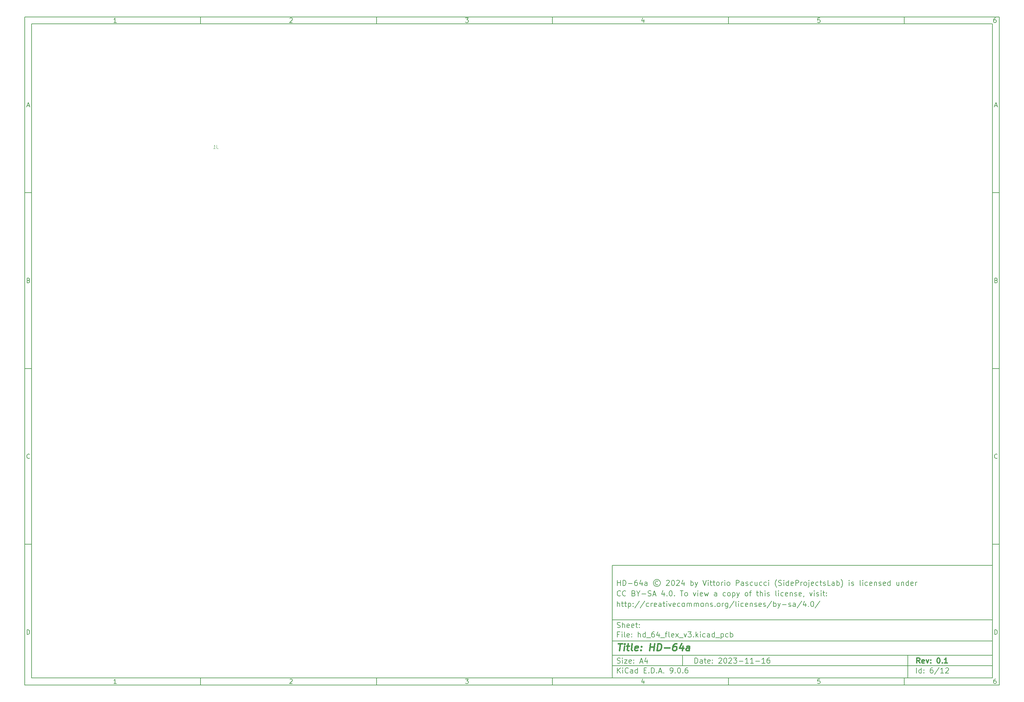
<source format=gbr>
%TF.GenerationSoftware,KiCad,Pcbnew,9.0.6*%
%TF.CreationDate,2025-11-27T00:35:39+01:00*%
%TF.ProjectId,hd_64_flex_v3,68645f36-345f-4666-9c65-785f76332e6b,0.1*%
%TF.SameCoordinates,PXd801da0PY3c45b00*%
%TF.FileFunction,Legend,Bot*%
%TF.FilePolarity,Positive*%
%FSLAX46Y46*%
G04 Gerber Fmt 4.6, Leading zero omitted, Abs format (unit mm)*
G04 Created by KiCad (PCBNEW 9.0.6) date 2025-11-27 00:35:39*
%MOMM*%
%LPD*%
G01*
G04 APERTURE LIST*
%ADD10C,0.100000*%
%ADD11C,0.150000*%
%ADD12C,0.300000*%
%ADD13C,0.400000*%
G04 APERTURE END LIST*
D10*
D11*
X-49497800Y-102807200D02*
X58502200Y-102807200D01*
X58502200Y-134807200D01*
X-49497800Y-134807200D01*
X-49497800Y-102807200D01*
D10*
D11*
X-216500000Y53200000D02*
X60502200Y53200000D01*
X60502200Y-136807200D01*
X-216500000Y-136807200D01*
X-216500000Y53200000D01*
D10*
D11*
X-214500000Y51200000D02*
X58502200Y51200000D01*
X58502200Y-134807200D01*
X-214500000Y-134807200D01*
X-214500000Y51200000D01*
D10*
D11*
X-166500000Y51200000D02*
X-166500000Y53200000D01*
D10*
D11*
X-116500000Y51200000D02*
X-116500000Y53200000D01*
D10*
D11*
X-66500000Y51200000D02*
X-66500000Y53200000D01*
D10*
D11*
X-16500000Y51200000D02*
X-16500000Y53200000D01*
D10*
D11*
X33500000Y51200000D02*
X33500000Y53200000D01*
D10*
D11*
X-190410840Y51606396D02*
X-191153697Y51606396D01*
X-190782269Y51606396D02*
X-190782269Y52906396D01*
X-190782269Y52906396D02*
X-190906078Y52720681D01*
X-190906078Y52720681D02*
X-191029888Y52596872D01*
X-191029888Y52596872D02*
X-191153697Y52534967D01*
D10*
D11*
X-141153697Y52782586D02*
X-141091793Y52844491D01*
X-141091793Y52844491D02*
X-140967983Y52906396D01*
X-140967983Y52906396D02*
X-140658459Y52906396D01*
X-140658459Y52906396D02*
X-140534650Y52844491D01*
X-140534650Y52844491D02*
X-140472745Y52782586D01*
X-140472745Y52782586D02*
X-140410840Y52658777D01*
X-140410840Y52658777D02*
X-140410840Y52534967D01*
X-140410840Y52534967D02*
X-140472745Y52349253D01*
X-140472745Y52349253D02*
X-141215602Y51606396D01*
X-141215602Y51606396D02*
X-140410840Y51606396D01*
D10*
D11*
X-91215602Y52906396D02*
X-90410840Y52906396D01*
X-90410840Y52906396D02*
X-90844174Y52411158D01*
X-90844174Y52411158D02*
X-90658459Y52411158D01*
X-90658459Y52411158D02*
X-90534650Y52349253D01*
X-90534650Y52349253D02*
X-90472745Y52287348D01*
X-90472745Y52287348D02*
X-90410840Y52163539D01*
X-90410840Y52163539D02*
X-90410840Y51854015D01*
X-90410840Y51854015D02*
X-90472745Y51730205D01*
X-90472745Y51730205D02*
X-90534650Y51668300D01*
X-90534650Y51668300D02*
X-90658459Y51606396D01*
X-90658459Y51606396D02*
X-91029888Y51606396D01*
X-91029888Y51606396D02*
X-91153697Y51668300D01*
X-91153697Y51668300D02*
X-91215602Y51730205D01*
D10*
D11*
X-40534650Y52473062D02*
X-40534650Y51606396D01*
X-40844174Y52968300D02*
X-41153697Y52039729D01*
X-41153697Y52039729D02*
X-40348936Y52039729D01*
D10*
D11*
X9527255Y52906396D02*
X8908207Y52906396D01*
X8908207Y52906396D02*
X8846303Y52287348D01*
X8846303Y52287348D02*
X8908207Y52349253D01*
X8908207Y52349253D02*
X9032017Y52411158D01*
X9032017Y52411158D02*
X9341541Y52411158D01*
X9341541Y52411158D02*
X9465350Y52349253D01*
X9465350Y52349253D02*
X9527255Y52287348D01*
X9527255Y52287348D02*
X9589160Y52163539D01*
X9589160Y52163539D02*
X9589160Y51854015D01*
X9589160Y51854015D02*
X9527255Y51730205D01*
X9527255Y51730205D02*
X9465350Y51668300D01*
X9465350Y51668300D02*
X9341541Y51606396D01*
X9341541Y51606396D02*
X9032017Y51606396D01*
X9032017Y51606396D02*
X8908207Y51668300D01*
X8908207Y51668300D02*
X8846303Y51730205D01*
D10*
D11*
X59465350Y52906396D02*
X59217731Y52906396D01*
X59217731Y52906396D02*
X59093922Y52844491D01*
X59093922Y52844491D02*
X59032017Y52782586D01*
X59032017Y52782586D02*
X58908207Y52596872D01*
X58908207Y52596872D02*
X58846303Y52349253D01*
X58846303Y52349253D02*
X58846303Y51854015D01*
X58846303Y51854015D02*
X58908207Y51730205D01*
X58908207Y51730205D02*
X58970112Y51668300D01*
X58970112Y51668300D02*
X59093922Y51606396D01*
X59093922Y51606396D02*
X59341541Y51606396D01*
X59341541Y51606396D02*
X59465350Y51668300D01*
X59465350Y51668300D02*
X59527255Y51730205D01*
X59527255Y51730205D02*
X59589160Y51854015D01*
X59589160Y51854015D02*
X59589160Y52163539D01*
X59589160Y52163539D02*
X59527255Y52287348D01*
X59527255Y52287348D02*
X59465350Y52349253D01*
X59465350Y52349253D02*
X59341541Y52411158D01*
X59341541Y52411158D02*
X59093922Y52411158D01*
X59093922Y52411158D02*
X58970112Y52349253D01*
X58970112Y52349253D02*
X58908207Y52287348D01*
X58908207Y52287348D02*
X58846303Y52163539D01*
D10*
D11*
X-166500000Y-134807200D02*
X-166500000Y-136807200D01*
D10*
D11*
X-116500000Y-134807200D02*
X-116500000Y-136807200D01*
D10*
D11*
X-66500000Y-134807200D02*
X-66500000Y-136807200D01*
D10*
D11*
X-16500000Y-134807200D02*
X-16500000Y-136807200D01*
D10*
D11*
X33500000Y-134807200D02*
X33500000Y-136807200D01*
D10*
D11*
X-190410840Y-136400804D02*
X-191153697Y-136400804D01*
X-190782269Y-136400804D02*
X-190782269Y-135100804D01*
X-190782269Y-135100804D02*
X-190906078Y-135286519D01*
X-190906078Y-135286519D02*
X-191029888Y-135410328D01*
X-191029888Y-135410328D02*
X-191153697Y-135472233D01*
D10*
D11*
X-141153697Y-135224614D02*
X-141091793Y-135162709D01*
X-141091793Y-135162709D02*
X-140967983Y-135100804D01*
X-140967983Y-135100804D02*
X-140658459Y-135100804D01*
X-140658459Y-135100804D02*
X-140534650Y-135162709D01*
X-140534650Y-135162709D02*
X-140472745Y-135224614D01*
X-140472745Y-135224614D02*
X-140410840Y-135348423D01*
X-140410840Y-135348423D02*
X-140410840Y-135472233D01*
X-140410840Y-135472233D02*
X-140472745Y-135657947D01*
X-140472745Y-135657947D02*
X-141215602Y-136400804D01*
X-141215602Y-136400804D02*
X-140410840Y-136400804D01*
D10*
D11*
X-91215602Y-135100804D02*
X-90410840Y-135100804D01*
X-90410840Y-135100804D02*
X-90844174Y-135596042D01*
X-90844174Y-135596042D02*
X-90658459Y-135596042D01*
X-90658459Y-135596042D02*
X-90534650Y-135657947D01*
X-90534650Y-135657947D02*
X-90472745Y-135719852D01*
X-90472745Y-135719852D02*
X-90410840Y-135843661D01*
X-90410840Y-135843661D02*
X-90410840Y-136153185D01*
X-90410840Y-136153185D02*
X-90472745Y-136276995D01*
X-90472745Y-136276995D02*
X-90534650Y-136338900D01*
X-90534650Y-136338900D02*
X-90658459Y-136400804D01*
X-90658459Y-136400804D02*
X-91029888Y-136400804D01*
X-91029888Y-136400804D02*
X-91153697Y-136338900D01*
X-91153697Y-136338900D02*
X-91215602Y-136276995D01*
D10*
D11*
X-40534650Y-135534138D02*
X-40534650Y-136400804D01*
X-40844174Y-135038900D02*
X-41153697Y-135967471D01*
X-41153697Y-135967471D02*
X-40348936Y-135967471D01*
D10*
D11*
X9527255Y-135100804D02*
X8908207Y-135100804D01*
X8908207Y-135100804D02*
X8846303Y-135719852D01*
X8846303Y-135719852D02*
X8908207Y-135657947D01*
X8908207Y-135657947D02*
X9032017Y-135596042D01*
X9032017Y-135596042D02*
X9341541Y-135596042D01*
X9341541Y-135596042D02*
X9465350Y-135657947D01*
X9465350Y-135657947D02*
X9527255Y-135719852D01*
X9527255Y-135719852D02*
X9589160Y-135843661D01*
X9589160Y-135843661D02*
X9589160Y-136153185D01*
X9589160Y-136153185D02*
X9527255Y-136276995D01*
X9527255Y-136276995D02*
X9465350Y-136338900D01*
X9465350Y-136338900D02*
X9341541Y-136400804D01*
X9341541Y-136400804D02*
X9032017Y-136400804D01*
X9032017Y-136400804D02*
X8908207Y-136338900D01*
X8908207Y-136338900D02*
X8846303Y-136276995D01*
D10*
D11*
X59465350Y-135100804D02*
X59217731Y-135100804D01*
X59217731Y-135100804D02*
X59093922Y-135162709D01*
X59093922Y-135162709D02*
X59032017Y-135224614D01*
X59032017Y-135224614D02*
X58908207Y-135410328D01*
X58908207Y-135410328D02*
X58846303Y-135657947D01*
X58846303Y-135657947D02*
X58846303Y-136153185D01*
X58846303Y-136153185D02*
X58908207Y-136276995D01*
X58908207Y-136276995D02*
X58970112Y-136338900D01*
X58970112Y-136338900D02*
X59093922Y-136400804D01*
X59093922Y-136400804D02*
X59341541Y-136400804D01*
X59341541Y-136400804D02*
X59465350Y-136338900D01*
X59465350Y-136338900D02*
X59527255Y-136276995D01*
X59527255Y-136276995D02*
X59589160Y-136153185D01*
X59589160Y-136153185D02*
X59589160Y-135843661D01*
X59589160Y-135843661D02*
X59527255Y-135719852D01*
X59527255Y-135719852D02*
X59465350Y-135657947D01*
X59465350Y-135657947D02*
X59341541Y-135596042D01*
X59341541Y-135596042D02*
X59093922Y-135596042D01*
X59093922Y-135596042D02*
X58970112Y-135657947D01*
X58970112Y-135657947D02*
X58908207Y-135719852D01*
X58908207Y-135719852D02*
X58846303Y-135843661D01*
D10*
D11*
X-216500000Y3200000D02*
X-214500000Y3200000D01*
D10*
D11*
X-216500000Y-46800000D02*
X-214500000Y-46800000D01*
D10*
D11*
X-216500000Y-96800000D02*
X-214500000Y-96800000D01*
D10*
D11*
X-215809524Y27977824D02*
X-215190477Y27977824D01*
X-215933334Y27606396D02*
X-215500001Y28906396D01*
X-215500001Y28906396D02*
X-215066667Y27606396D01*
D10*
D11*
X-215407143Y-21712652D02*
X-215221429Y-21774557D01*
X-215221429Y-21774557D02*
X-215159524Y-21836461D01*
X-215159524Y-21836461D02*
X-215097620Y-21960271D01*
X-215097620Y-21960271D02*
X-215097620Y-22145985D01*
X-215097620Y-22145985D02*
X-215159524Y-22269795D01*
X-215159524Y-22269795D02*
X-215221429Y-22331700D01*
X-215221429Y-22331700D02*
X-215345239Y-22393604D01*
X-215345239Y-22393604D02*
X-215840477Y-22393604D01*
X-215840477Y-22393604D02*
X-215840477Y-21093604D01*
X-215840477Y-21093604D02*
X-215407143Y-21093604D01*
X-215407143Y-21093604D02*
X-215283334Y-21155509D01*
X-215283334Y-21155509D02*
X-215221429Y-21217414D01*
X-215221429Y-21217414D02*
X-215159524Y-21341223D01*
X-215159524Y-21341223D02*
X-215159524Y-21465033D01*
X-215159524Y-21465033D02*
X-215221429Y-21588842D01*
X-215221429Y-21588842D02*
X-215283334Y-21650747D01*
X-215283334Y-21650747D02*
X-215407143Y-21712652D01*
X-215407143Y-21712652D02*
X-215840477Y-21712652D01*
D10*
D11*
X-215097620Y-72269795D02*
X-215159524Y-72331700D01*
X-215159524Y-72331700D02*
X-215345239Y-72393604D01*
X-215345239Y-72393604D02*
X-215469048Y-72393604D01*
X-215469048Y-72393604D02*
X-215654762Y-72331700D01*
X-215654762Y-72331700D02*
X-215778572Y-72207890D01*
X-215778572Y-72207890D02*
X-215840477Y-72084080D01*
X-215840477Y-72084080D02*
X-215902381Y-71836461D01*
X-215902381Y-71836461D02*
X-215902381Y-71650747D01*
X-215902381Y-71650747D02*
X-215840477Y-71403128D01*
X-215840477Y-71403128D02*
X-215778572Y-71279319D01*
X-215778572Y-71279319D02*
X-215654762Y-71155509D01*
X-215654762Y-71155509D02*
X-215469048Y-71093604D01*
X-215469048Y-71093604D02*
X-215345239Y-71093604D01*
X-215345239Y-71093604D02*
X-215159524Y-71155509D01*
X-215159524Y-71155509D02*
X-215097620Y-71217414D01*
D10*
D11*
X-215840477Y-122393604D02*
X-215840477Y-121093604D01*
X-215840477Y-121093604D02*
X-215530953Y-121093604D01*
X-215530953Y-121093604D02*
X-215345239Y-121155509D01*
X-215345239Y-121155509D02*
X-215221429Y-121279319D01*
X-215221429Y-121279319D02*
X-215159524Y-121403128D01*
X-215159524Y-121403128D02*
X-215097620Y-121650747D01*
X-215097620Y-121650747D02*
X-215097620Y-121836461D01*
X-215097620Y-121836461D02*
X-215159524Y-122084080D01*
X-215159524Y-122084080D02*
X-215221429Y-122207890D01*
X-215221429Y-122207890D02*
X-215345239Y-122331700D01*
X-215345239Y-122331700D02*
X-215530953Y-122393604D01*
X-215530953Y-122393604D02*
X-215840477Y-122393604D01*
D10*
D11*
X60502200Y3200000D02*
X58502200Y3200000D01*
D10*
D11*
X60502200Y-46800000D02*
X58502200Y-46800000D01*
D10*
D11*
X60502200Y-96800000D02*
X58502200Y-96800000D01*
D10*
D11*
X59192676Y27977824D02*
X59811723Y27977824D01*
X59068866Y27606396D02*
X59502199Y28906396D01*
X59502199Y28906396D02*
X59935533Y27606396D01*
D10*
D11*
X59595057Y-21712652D02*
X59780771Y-21774557D01*
X59780771Y-21774557D02*
X59842676Y-21836461D01*
X59842676Y-21836461D02*
X59904580Y-21960271D01*
X59904580Y-21960271D02*
X59904580Y-22145985D01*
X59904580Y-22145985D02*
X59842676Y-22269795D01*
X59842676Y-22269795D02*
X59780771Y-22331700D01*
X59780771Y-22331700D02*
X59656961Y-22393604D01*
X59656961Y-22393604D02*
X59161723Y-22393604D01*
X59161723Y-22393604D02*
X59161723Y-21093604D01*
X59161723Y-21093604D02*
X59595057Y-21093604D01*
X59595057Y-21093604D02*
X59718866Y-21155509D01*
X59718866Y-21155509D02*
X59780771Y-21217414D01*
X59780771Y-21217414D02*
X59842676Y-21341223D01*
X59842676Y-21341223D02*
X59842676Y-21465033D01*
X59842676Y-21465033D02*
X59780771Y-21588842D01*
X59780771Y-21588842D02*
X59718866Y-21650747D01*
X59718866Y-21650747D02*
X59595057Y-21712652D01*
X59595057Y-21712652D02*
X59161723Y-21712652D01*
D10*
D11*
X59904580Y-72269795D02*
X59842676Y-72331700D01*
X59842676Y-72331700D02*
X59656961Y-72393604D01*
X59656961Y-72393604D02*
X59533152Y-72393604D01*
X59533152Y-72393604D02*
X59347438Y-72331700D01*
X59347438Y-72331700D02*
X59223628Y-72207890D01*
X59223628Y-72207890D02*
X59161723Y-72084080D01*
X59161723Y-72084080D02*
X59099819Y-71836461D01*
X59099819Y-71836461D02*
X59099819Y-71650747D01*
X59099819Y-71650747D02*
X59161723Y-71403128D01*
X59161723Y-71403128D02*
X59223628Y-71279319D01*
X59223628Y-71279319D02*
X59347438Y-71155509D01*
X59347438Y-71155509D02*
X59533152Y-71093604D01*
X59533152Y-71093604D02*
X59656961Y-71093604D01*
X59656961Y-71093604D02*
X59842676Y-71155509D01*
X59842676Y-71155509D02*
X59904580Y-71217414D01*
D10*
D11*
X59161723Y-122393604D02*
X59161723Y-121093604D01*
X59161723Y-121093604D02*
X59471247Y-121093604D01*
X59471247Y-121093604D02*
X59656961Y-121155509D01*
X59656961Y-121155509D02*
X59780771Y-121279319D01*
X59780771Y-121279319D02*
X59842676Y-121403128D01*
X59842676Y-121403128D02*
X59904580Y-121650747D01*
X59904580Y-121650747D02*
X59904580Y-121836461D01*
X59904580Y-121836461D02*
X59842676Y-122084080D01*
X59842676Y-122084080D02*
X59780771Y-122207890D01*
X59780771Y-122207890D02*
X59656961Y-122331700D01*
X59656961Y-122331700D02*
X59471247Y-122393604D01*
X59471247Y-122393604D02*
X59161723Y-122393604D01*
D10*
D11*
X-26041974Y-130593328D02*
X-26041974Y-129093328D01*
X-26041974Y-129093328D02*
X-25684831Y-129093328D01*
X-25684831Y-129093328D02*
X-25470545Y-129164757D01*
X-25470545Y-129164757D02*
X-25327688Y-129307614D01*
X-25327688Y-129307614D02*
X-25256259Y-129450471D01*
X-25256259Y-129450471D02*
X-25184831Y-129736185D01*
X-25184831Y-129736185D02*
X-25184831Y-129950471D01*
X-25184831Y-129950471D02*
X-25256259Y-130236185D01*
X-25256259Y-130236185D02*
X-25327688Y-130379042D01*
X-25327688Y-130379042D02*
X-25470545Y-130521900D01*
X-25470545Y-130521900D02*
X-25684831Y-130593328D01*
X-25684831Y-130593328D02*
X-26041974Y-130593328D01*
X-23899116Y-130593328D02*
X-23899116Y-129807614D01*
X-23899116Y-129807614D02*
X-23970545Y-129664757D01*
X-23970545Y-129664757D02*
X-24113402Y-129593328D01*
X-24113402Y-129593328D02*
X-24399116Y-129593328D01*
X-24399116Y-129593328D02*
X-24541974Y-129664757D01*
X-23899116Y-130521900D02*
X-24041974Y-130593328D01*
X-24041974Y-130593328D02*
X-24399116Y-130593328D01*
X-24399116Y-130593328D02*
X-24541974Y-130521900D01*
X-24541974Y-130521900D02*
X-24613402Y-130379042D01*
X-24613402Y-130379042D02*
X-24613402Y-130236185D01*
X-24613402Y-130236185D02*
X-24541974Y-130093328D01*
X-24541974Y-130093328D02*
X-24399116Y-130021900D01*
X-24399116Y-130021900D02*
X-24041974Y-130021900D01*
X-24041974Y-130021900D02*
X-23899116Y-129950471D01*
X-23399116Y-129593328D02*
X-22827688Y-129593328D01*
X-23184831Y-129093328D02*
X-23184831Y-130379042D01*
X-23184831Y-130379042D02*
X-23113402Y-130521900D01*
X-23113402Y-130521900D02*
X-22970545Y-130593328D01*
X-22970545Y-130593328D02*
X-22827688Y-130593328D01*
X-21756259Y-130521900D02*
X-21899116Y-130593328D01*
X-21899116Y-130593328D02*
X-22184830Y-130593328D01*
X-22184830Y-130593328D02*
X-22327688Y-130521900D01*
X-22327688Y-130521900D02*
X-22399116Y-130379042D01*
X-22399116Y-130379042D02*
X-22399116Y-129807614D01*
X-22399116Y-129807614D02*
X-22327688Y-129664757D01*
X-22327688Y-129664757D02*
X-22184830Y-129593328D01*
X-22184830Y-129593328D02*
X-21899116Y-129593328D01*
X-21899116Y-129593328D02*
X-21756259Y-129664757D01*
X-21756259Y-129664757D02*
X-21684830Y-129807614D01*
X-21684830Y-129807614D02*
X-21684830Y-129950471D01*
X-21684830Y-129950471D02*
X-22399116Y-130093328D01*
X-21041974Y-130450471D02*
X-20970545Y-130521900D01*
X-20970545Y-130521900D02*
X-21041974Y-130593328D01*
X-21041974Y-130593328D02*
X-21113402Y-130521900D01*
X-21113402Y-130521900D02*
X-21041974Y-130450471D01*
X-21041974Y-130450471D02*
X-21041974Y-130593328D01*
X-21041974Y-129664757D02*
X-20970545Y-129736185D01*
X-20970545Y-129736185D02*
X-21041974Y-129807614D01*
X-21041974Y-129807614D02*
X-21113402Y-129736185D01*
X-21113402Y-129736185D02*
X-21041974Y-129664757D01*
X-21041974Y-129664757D02*
X-21041974Y-129807614D01*
X-19256259Y-129236185D02*
X-19184831Y-129164757D01*
X-19184831Y-129164757D02*
X-19041973Y-129093328D01*
X-19041973Y-129093328D02*
X-18684831Y-129093328D01*
X-18684831Y-129093328D02*
X-18541973Y-129164757D01*
X-18541973Y-129164757D02*
X-18470545Y-129236185D01*
X-18470545Y-129236185D02*
X-18399116Y-129379042D01*
X-18399116Y-129379042D02*
X-18399116Y-129521900D01*
X-18399116Y-129521900D02*
X-18470545Y-129736185D01*
X-18470545Y-129736185D02*
X-19327688Y-130593328D01*
X-19327688Y-130593328D02*
X-18399116Y-130593328D01*
X-17470545Y-129093328D02*
X-17327688Y-129093328D01*
X-17327688Y-129093328D02*
X-17184831Y-129164757D01*
X-17184831Y-129164757D02*
X-17113402Y-129236185D01*
X-17113402Y-129236185D02*
X-17041974Y-129379042D01*
X-17041974Y-129379042D02*
X-16970545Y-129664757D01*
X-16970545Y-129664757D02*
X-16970545Y-130021900D01*
X-16970545Y-130021900D02*
X-17041974Y-130307614D01*
X-17041974Y-130307614D02*
X-17113402Y-130450471D01*
X-17113402Y-130450471D02*
X-17184831Y-130521900D01*
X-17184831Y-130521900D02*
X-17327688Y-130593328D01*
X-17327688Y-130593328D02*
X-17470545Y-130593328D01*
X-17470545Y-130593328D02*
X-17613402Y-130521900D01*
X-17613402Y-130521900D02*
X-17684831Y-130450471D01*
X-17684831Y-130450471D02*
X-17756260Y-130307614D01*
X-17756260Y-130307614D02*
X-17827688Y-130021900D01*
X-17827688Y-130021900D02*
X-17827688Y-129664757D01*
X-17827688Y-129664757D02*
X-17756260Y-129379042D01*
X-17756260Y-129379042D02*
X-17684831Y-129236185D01*
X-17684831Y-129236185D02*
X-17613402Y-129164757D01*
X-17613402Y-129164757D02*
X-17470545Y-129093328D01*
X-16399117Y-129236185D02*
X-16327689Y-129164757D01*
X-16327689Y-129164757D02*
X-16184831Y-129093328D01*
X-16184831Y-129093328D02*
X-15827689Y-129093328D01*
X-15827689Y-129093328D02*
X-15684831Y-129164757D01*
X-15684831Y-129164757D02*
X-15613403Y-129236185D01*
X-15613403Y-129236185D02*
X-15541974Y-129379042D01*
X-15541974Y-129379042D02*
X-15541974Y-129521900D01*
X-15541974Y-129521900D02*
X-15613403Y-129736185D01*
X-15613403Y-129736185D02*
X-16470546Y-130593328D01*
X-16470546Y-130593328D02*
X-15541974Y-130593328D01*
X-15041975Y-129093328D02*
X-14113403Y-129093328D01*
X-14113403Y-129093328D02*
X-14613403Y-129664757D01*
X-14613403Y-129664757D02*
X-14399118Y-129664757D01*
X-14399118Y-129664757D02*
X-14256260Y-129736185D01*
X-14256260Y-129736185D02*
X-14184832Y-129807614D01*
X-14184832Y-129807614D02*
X-14113403Y-129950471D01*
X-14113403Y-129950471D02*
X-14113403Y-130307614D01*
X-14113403Y-130307614D02*
X-14184832Y-130450471D01*
X-14184832Y-130450471D02*
X-14256260Y-130521900D01*
X-14256260Y-130521900D02*
X-14399118Y-130593328D01*
X-14399118Y-130593328D02*
X-14827689Y-130593328D01*
X-14827689Y-130593328D02*
X-14970546Y-130521900D01*
X-14970546Y-130521900D02*
X-15041975Y-130450471D01*
X-13470547Y-130021900D02*
X-12327689Y-130021900D01*
X-10827689Y-130593328D02*
X-11684832Y-130593328D01*
X-11256261Y-130593328D02*
X-11256261Y-129093328D01*
X-11256261Y-129093328D02*
X-11399118Y-129307614D01*
X-11399118Y-129307614D02*
X-11541975Y-129450471D01*
X-11541975Y-129450471D02*
X-11684832Y-129521900D01*
X-9399118Y-130593328D02*
X-10256261Y-130593328D01*
X-9827690Y-130593328D02*
X-9827690Y-129093328D01*
X-9827690Y-129093328D02*
X-9970547Y-129307614D01*
X-9970547Y-129307614D02*
X-10113404Y-129450471D01*
X-10113404Y-129450471D02*
X-10256261Y-129521900D01*
X-8756262Y-130021900D02*
X-7613404Y-130021900D01*
X-6113404Y-130593328D02*
X-6970547Y-130593328D01*
X-6541976Y-130593328D02*
X-6541976Y-129093328D01*
X-6541976Y-129093328D02*
X-6684833Y-129307614D01*
X-6684833Y-129307614D02*
X-6827690Y-129450471D01*
X-6827690Y-129450471D02*
X-6970547Y-129521900D01*
X-4827690Y-129093328D02*
X-5113405Y-129093328D01*
X-5113405Y-129093328D02*
X-5256262Y-129164757D01*
X-5256262Y-129164757D02*
X-5327690Y-129236185D01*
X-5327690Y-129236185D02*
X-5470548Y-129450471D01*
X-5470548Y-129450471D02*
X-5541976Y-129736185D01*
X-5541976Y-129736185D02*
X-5541976Y-130307614D01*
X-5541976Y-130307614D02*
X-5470548Y-130450471D01*
X-5470548Y-130450471D02*
X-5399119Y-130521900D01*
X-5399119Y-130521900D02*
X-5256262Y-130593328D01*
X-5256262Y-130593328D02*
X-4970548Y-130593328D01*
X-4970548Y-130593328D02*
X-4827690Y-130521900D01*
X-4827690Y-130521900D02*
X-4756262Y-130450471D01*
X-4756262Y-130450471D02*
X-4684833Y-130307614D01*
X-4684833Y-130307614D02*
X-4684833Y-129950471D01*
X-4684833Y-129950471D02*
X-4756262Y-129807614D01*
X-4756262Y-129807614D02*
X-4827690Y-129736185D01*
X-4827690Y-129736185D02*
X-4970548Y-129664757D01*
X-4970548Y-129664757D02*
X-5256262Y-129664757D01*
X-5256262Y-129664757D02*
X-5399119Y-129736185D01*
X-5399119Y-129736185D02*
X-5470548Y-129807614D01*
X-5470548Y-129807614D02*
X-5541976Y-129950471D01*
D10*
D11*
X-49497800Y-131307200D02*
X58502200Y-131307200D01*
D10*
D11*
X-48041974Y-133393328D02*
X-48041974Y-131893328D01*
X-47184831Y-133393328D02*
X-47827688Y-132536185D01*
X-47184831Y-131893328D02*
X-48041974Y-132750471D01*
X-46541974Y-133393328D02*
X-46541974Y-132393328D01*
X-46541974Y-131893328D02*
X-46613402Y-131964757D01*
X-46613402Y-131964757D02*
X-46541974Y-132036185D01*
X-46541974Y-132036185D02*
X-46470545Y-131964757D01*
X-46470545Y-131964757D02*
X-46541974Y-131893328D01*
X-46541974Y-131893328D02*
X-46541974Y-132036185D01*
X-44970545Y-133250471D02*
X-45041973Y-133321900D01*
X-45041973Y-133321900D02*
X-45256259Y-133393328D01*
X-45256259Y-133393328D02*
X-45399116Y-133393328D01*
X-45399116Y-133393328D02*
X-45613402Y-133321900D01*
X-45613402Y-133321900D02*
X-45756259Y-133179042D01*
X-45756259Y-133179042D02*
X-45827688Y-133036185D01*
X-45827688Y-133036185D02*
X-45899116Y-132750471D01*
X-45899116Y-132750471D02*
X-45899116Y-132536185D01*
X-45899116Y-132536185D02*
X-45827688Y-132250471D01*
X-45827688Y-132250471D02*
X-45756259Y-132107614D01*
X-45756259Y-132107614D02*
X-45613402Y-131964757D01*
X-45613402Y-131964757D02*
X-45399116Y-131893328D01*
X-45399116Y-131893328D02*
X-45256259Y-131893328D01*
X-45256259Y-131893328D02*
X-45041973Y-131964757D01*
X-45041973Y-131964757D02*
X-44970545Y-132036185D01*
X-43684830Y-133393328D02*
X-43684830Y-132607614D01*
X-43684830Y-132607614D02*
X-43756259Y-132464757D01*
X-43756259Y-132464757D02*
X-43899116Y-132393328D01*
X-43899116Y-132393328D02*
X-44184830Y-132393328D01*
X-44184830Y-132393328D02*
X-44327688Y-132464757D01*
X-43684830Y-133321900D02*
X-43827688Y-133393328D01*
X-43827688Y-133393328D02*
X-44184830Y-133393328D01*
X-44184830Y-133393328D02*
X-44327688Y-133321900D01*
X-44327688Y-133321900D02*
X-44399116Y-133179042D01*
X-44399116Y-133179042D02*
X-44399116Y-133036185D01*
X-44399116Y-133036185D02*
X-44327688Y-132893328D01*
X-44327688Y-132893328D02*
X-44184830Y-132821900D01*
X-44184830Y-132821900D02*
X-43827688Y-132821900D01*
X-43827688Y-132821900D02*
X-43684830Y-132750471D01*
X-42327687Y-133393328D02*
X-42327687Y-131893328D01*
X-42327687Y-133321900D02*
X-42470545Y-133393328D01*
X-42470545Y-133393328D02*
X-42756259Y-133393328D01*
X-42756259Y-133393328D02*
X-42899116Y-133321900D01*
X-42899116Y-133321900D02*
X-42970545Y-133250471D01*
X-42970545Y-133250471D02*
X-43041973Y-133107614D01*
X-43041973Y-133107614D02*
X-43041973Y-132679042D01*
X-43041973Y-132679042D02*
X-42970545Y-132536185D01*
X-42970545Y-132536185D02*
X-42899116Y-132464757D01*
X-42899116Y-132464757D02*
X-42756259Y-132393328D01*
X-42756259Y-132393328D02*
X-42470545Y-132393328D01*
X-42470545Y-132393328D02*
X-42327687Y-132464757D01*
X-40470545Y-132607614D02*
X-39970545Y-132607614D01*
X-39756259Y-133393328D02*
X-40470545Y-133393328D01*
X-40470545Y-133393328D02*
X-40470545Y-131893328D01*
X-40470545Y-131893328D02*
X-39756259Y-131893328D01*
X-39113402Y-133250471D02*
X-39041973Y-133321900D01*
X-39041973Y-133321900D02*
X-39113402Y-133393328D01*
X-39113402Y-133393328D02*
X-39184830Y-133321900D01*
X-39184830Y-133321900D02*
X-39113402Y-133250471D01*
X-39113402Y-133250471D02*
X-39113402Y-133393328D01*
X-38399116Y-133393328D02*
X-38399116Y-131893328D01*
X-38399116Y-131893328D02*
X-38041973Y-131893328D01*
X-38041973Y-131893328D02*
X-37827687Y-131964757D01*
X-37827687Y-131964757D02*
X-37684830Y-132107614D01*
X-37684830Y-132107614D02*
X-37613401Y-132250471D01*
X-37613401Y-132250471D02*
X-37541973Y-132536185D01*
X-37541973Y-132536185D02*
X-37541973Y-132750471D01*
X-37541973Y-132750471D02*
X-37613401Y-133036185D01*
X-37613401Y-133036185D02*
X-37684830Y-133179042D01*
X-37684830Y-133179042D02*
X-37827687Y-133321900D01*
X-37827687Y-133321900D02*
X-38041973Y-133393328D01*
X-38041973Y-133393328D02*
X-38399116Y-133393328D01*
X-36899116Y-133250471D02*
X-36827687Y-133321900D01*
X-36827687Y-133321900D02*
X-36899116Y-133393328D01*
X-36899116Y-133393328D02*
X-36970544Y-133321900D01*
X-36970544Y-133321900D02*
X-36899116Y-133250471D01*
X-36899116Y-133250471D02*
X-36899116Y-133393328D01*
X-36256258Y-132964757D02*
X-35541972Y-132964757D01*
X-36399115Y-133393328D02*
X-35899115Y-131893328D01*
X-35899115Y-131893328D02*
X-35399115Y-133393328D01*
X-34899116Y-133250471D02*
X-34827687Y-133321900D01*
X-34827687Y-133321900D02*
X-34899116Y-133393328D01*
X-34899116Y-133393328D02*
X-34970544Y-133321900D01*
X-34970544Y-133321900D02*
X-34899116Y-133250471D01*
X-34899116Y-133250471D02*
X-34899116Y-133393328D01*
X-32970544Y-133393328D02*
X-32684830Y-133393328D01*
X-32684830Y-133393328D02*
X-32541973Y-133321900D01*
X-32541973Y-133321900D02*
X-32470544Y-133250471D01*
X-32470544Y-133250471D02*
X-32327687Y-133036185D01*
X-32327687Y-133036185D02*
X-32256258Y-132750471D01*
X-32256258Y-132750471D02*
X-32256258Y-132179042D01*
X-32256258Y-132179042D02*
X-32327687Y-132036185D01*
X-32327687Y-132036185D02*
X-32399115Y-131964757D01*
X-32399115Y-131964757D02*
X-32541973Y-131893328D01*
X-32541973Y-131893328D02*
X-32827687Y-131893328D01*
X-32827687Y-131893328D02*
X-32970544Y-131964757D01*
X-32970544Y-131964757D02*
X-33041973Y-132036185D01*
X-33041973Y-132036185D02*
X-33113401Y-132179042D01*
X-33113401Y-132179042D02*
X-33113401Y-132536185D01*
X-33113401Y-132536185D02*
X-33041973Y-132679042D01*
X-33041973Y-132679042D02*
X-32970544Y-132750471D01*
X-32970544Y-132750471D02*
X-32827687Y-132821900D01*
X-32827687Y-132821900D02*
X-32541973Y-132821900D01*
X-32541973Y-132821900D02*
X-32399115Y-132750471D01*
X-32399115Y-132750471D02*
X-32327687Y-132679042D01*
X-32327687Y-132679042D02*
X-32256258Y-132536185D01*
X-31613402Y-133250471D02*
X-31541973Y-133321900D01*
X-31541973Y-133321900D02*
X-31613402Y-133393328D01*
X-31613402Y-133393328D02*
X-31684830Y-133321900D01*
X-31684830Y-133321900D02*
X-31613402Y-133250471D01*
X-31613402Y-133250471D02*
X-31613402Y-133393328D01*
X-30613401Y-131893328D02*
X-30470544Y-131893328D01*
X-30470544Y-131893328D02*
X-30327687Y-131964757D01*
X-30327687Y-131964757D02*
X-30256258Y-132036185D01*
X-30256258Y-132036185D02*
X-30184830Y-132179042D01*
X-30184830Y-132179042D02*
X-30113401Y-132464757D01*
X-30113401Y-132464757D02*
X-30113401Y-132821900D01*
X-30113401Y-132821900D02*
X-30184830Y-133107614D01*
X-30184830Y-133107614D02*
X-30256258Y-133250471D01*
X-30256258Y-133250471D02*
X-30327687Y-133321900D01*
X-30327687Y-133321900D02*
X-30470544Y-133393328D01*
X-30470544Y-133393328D02*
X-30613401Y-133393328D01*
X-30613401Y-133393328D02*
X-30756258Y-133321900D01*
X-30756258Y-133321900D02*
X-30827687Y-133250471D01*
X-30827687Y-133250471D02*
X-30899116Y-133107614D01*
X-30899116Y-133107614D02*
X-30970544Y-132821900D01*
X-30970544Y-132821900D02*
X-30970544Y-132464757D01*
X-30970544Y-132464757D02*
X-30899116Y-132179042D01*
X-30899116Y-132179042D02*
X-30827687Y-132036185D01*
X-30827687Y-132036185D02*
X-30756258Y-131964757D01*
X-30756258Y-131964757D02*
X-30613401Y-131893328D01*
X-29470545Y-133250471D02*
X-29399116Y-133321900D01*
X-29399116Y-133321900D02*
X-29470545Y-133393328D01*
X-29470545Y-133393328D02*
X-29541973Y-133321900D01*
X-29541973Y-133321900D02*
X-29470545Y-133250471D01*
X-29470545Y-133250471D02*
X-29470545Y-133393328D01*
X-28113401Y-131893328D02*
X-28399116Y-131893328D01*
X-28399116Y-131893328D02*
X-28541973Y-131964757D01*
X-28541973Y-131964757D02*
X-28613401Y-132036185D01*
X-28613401Y-132036185D02*
X-28756259Y-132250471D01*
X-28756259Y-132250471D02*
X-28827687Y-132536185D01*
X-28827687Y-132536185D02*
X-28827687Y-133107614D01*
X-28827687Y-133107614D02*
X-28756259Y-133250471D01*
X-28756259Y-133250471D02*
X-28684830Y-133321900D01*
X-28684830Y-133321900D02*
X-28541973Y-133393328D01*
X-28541973Y-133393328D02*
X-28256259Y-133393328D01*
X-28256259Y-133393328D02*
X-28113401Y-133321900D01*
X-28113401Y-133321900D02*
X-28041973Y-133250471D01*
X-28041973Y-133250471D02*
X-27970544Y-133107614D01*
X-27970544Y-133107614D02*
X-27970544Y-132750471D01*
X-27970544Y-132750471D02*
X-28041973Y-132607614D01*
X-28041973Y-132607614D02*
X-28113401Y-132536185D01*
X-28113401Y-132536185D02*
X-28256259Y-132464757D01*
X-28256259Y-132464757D02*
X-28541973Y-132464757D01*
X-28541973Y-132464757D02*
X-28684830Y-132536185D01*
X-28684830Y-132536185D02*
X-28756259Y-132607614D01*
X-28756259Y-132607614D02*
X-28827687Y-132750471D01*
D10*
D11*
X-49497800Y-128307200D02*
X58502200Y-128307200D01*
D10*
D12*
X37913853Y-130585528D02*
X37413853Y-129871242D01*
X37056710Y-130585528D02*
X37056710Y-129085528D01*
X37056710Y-129085528D02*
X37628139Y-129085528D01*
X37628139Y-129085528D02*
X37770996Y-129156957D01*
X37770996Y-129156957D02*
X37842425Y-129228385D01*
X37842425Y-129228385D02*
X37913853Y-129371242D01*
X37913853Y-129371242D02*
X37913853Y-129585528D01*
X37913853Y-129585528D02*
X37842425Y-129728385D01*
X37842425Y-129728385D02*
X37770996Y-129799814D01*
X37770996Y-129799814D02*
X37628139Y-129871242D01*
X37628139Y-129871242D02*
X37056710Y-129871242D01*
X39128139Y-130514100D02*
X38985282Y-130585528D01*
X38985282Y-130585528D02*
X38699568Y-130585528D01*
X38699568Y-130585528D02*
X38556710Y-130514100D01*
X38556710Y-130514100D02*
X38485282Y-130371242D01*
X38485282Y-130371242D02*
X38485282Y-129799814D01*
X38485282Y-129799814D02*
X38556710Y-129656957D01*
X38556710Y-129656957D02*
X38699568Y-129585528D01*
X38699568Y-129585528D02*
X38985282Y-129585528D01*
X38985282Y-129585528D02*
X39128139Y-129656957D01*
X39128139Y-129656957D02*
X39199568Y-129799814D01*
X39199568Y-129799814D02*
X39199568Y-129942671D01*
X39199568Y-129942671D02*
X38485282Y-130085528D01*
X39699567Y-129585528D02*
X40056710Y-130585528D01*
X40056710Y-130585528D02*
X40413853Y-129585528D01*
X40985281Y-130442671D02*
X41056710Y-130514100D01*
X41056710Y-130514100D02*
X40985281Y-130585528D01*
X40985281Y-130585528D02*
X40913853Y-130514100D01*
X40913853Y-130514100D02*
X40985281Y-130442671D01*
X40985281Y-130442671D02*
X40985281Y-130585528D01*
X40985281Y-129656957D02*
X41056710Y-129728385D01*
X41056710Y-129728385D02*
X40985281Y-129799814D01*
X40985281Y-129799814D02*
X40913853Y-129728385D01*
X40913853Y-129728385D02*
X40985281Y-129656957D01*
X40985281Y-129656957D02*
X40985281Y-129799814D01*
X43128139Y-129085528D02*
X43270996Y-129085528D01*
X43270996Y-129085528D02*
X43413853Y-129156957D01*
X43413853Y-129156957D02*
X43485282Y-129228385D01*
X43485282Y-129228385D02*
X43556710Y-129371242D01*
X43556710Y-129371242D02*
X43628139Y-129656957D01*
X43628139Y-129656957D02*
X43628139Y-130014100D01*
X43628139Y-130014100D02*
X43556710Y-130299814D01*
X43556710Y-130299814D02*
X43485282Y-130442671D01*
X43485282Y-130442671D02*
X43413853Y-130514100D01*
X43413853Y-130514100D02*
X43270996Y-130585528D01*
X43270996Y-130585528D02*
X43128139Y-130585528D01*
X43128139Y-130585528D02*
X42985282Y-130514100D01*
X42985282Y-130514100D02*
X42913853Y-130442671D01*
X42913853Y-130442671D02*
X42842424Y-130299814D01*
X42842424Y-130299814D02*
X42770996Y-130014100D01*
X42770996Y-130014100D02*
X42770996Y-129656957D01*
X42770996Y-129656957D02*
X42842424Y-129371242D01*
X42842424Y-129371242D02*
X42913853Y-129228385D01*
X42913853Y-129228385D02*
X42985282Y-129156957D01*
X42985282Y-129156957D02*
X43128139Y-129085528D01*
X44270995Y-130442671D02*
X44342424Y-130514100D01*
X44342424Y-130514100D02*
X44270995Y-130585528D01*
X44270995Y-130585528D02*
X44199567Y-130514100D01*
X44199567Y-130514100D02*
X44270995Y-130442671D01*
X44270995Y-130442671D02*
X44270995Y-130585528D01*
X45770996Y-130585528D02*
X44913853Y-130585528D01*
X45342424Y-130585528D02*
X45342424Y-129085528D01*
X45342424Y-129085528D02*
X45199567Y-129299814D01*
X45199567Y-129299814D02*
X45056710Y-129442671D01*
X45056710Y-129442671D02*
X44913853Y-129514100D01*
D10*
D11*
X-48113402Y-130521900D02*
X-47899116Y-130593328D01*
X-47899116Y-130593328D02*
X-47541974Y-130593328D01*
X-47541974Y-130593328D02*
X-47399116Y-130521900D01*
X-47399116Y-130521900D02*
X-47327688Y-130450471D01*
X-47327688Y-130450471D02*
X-47256259Y-130307614D01*
X-47256259Y-130307614D02*
X-47256259Y-130164757D01*
X-47256259Y-130164757D02*
X-47327688Y-130021900D01*
X-47327688Y-130021900D02*
X-47399116Y-129950471D01*
X-47399116Y-129950471D02*
X-47541974Y-129879042D01*
X-47541974Y-129879042D02*
X-47827688Y-129807614D01*
X-47827688Y-129807614D02*
X-47970545Y-129736185D01*
X-47970545Y-129736185D02*
X-48041974Y-129664757D01*
X-48041974Y-129664757D02*
X-48113402Y-129521900D01*
X-48113402Y-129521900D02*
X-48113402Y-129379042D01*
X-48113402Y-129379042D02*
X-48041974Y-129236185D01*
X-48041974Y-129236185D02*
X-47970545Y-129164757D01*
X-47970545Y-129164757D02*
X-47827688Y-129093328D01*
X-47827688Y-129093328D02*
X-47470545Y-129093328D01*
X-47470545Y-129093328D02*
X-47256259Y-129164757D01*
X-46613403Y-130593328D02*
X-46613403Y-129593328D01*
X-46613403Y-129093328D02*
X-46684831Y-129164757D01*
X-46684831Y-129164757D02*
X-46613403Y-129236185D01*
X-46613403Y-129236185D02*
X-46541974Y-129164757D01*
X-46541974Y-129164757D02*
X-46613403Y-129093328D01*
X-46613403Y-129093328D02*
X-46613403Y-129236185D01*
X-46041974Y-129593328D02*
X-45256259Y-129593328D01*
X-45256259Y-129593328D02*
X-46041974Y-130593328D01*
X-46041974Y-130593328D02*
X-45256259Y-130593328D01*
X-44113402Y-130521900D02*
X-44256259Y-130593328D01*
X-44256259Y-130593328D02*
X-44541973Y-130593328D01*
X-44541973Y-130593328D02*
X-44684831Y-130521900D01*
X-44684831Y-130521900D02*
X-44756259Y-130379042D01*
X-44756259Y-130379042D02*
X-44756259Y-129807614D01*
X-44756259Y-129807614D02*
X-44684831Y-129664757D01*
X-44684831Y-129664757D02*
X-44541973Y-129593328D01*
X-44541973Y-129593328D02*
X-44256259Y-129593328D01*
X-44256259Y-129593328D02*
X-44113402Y-129664757D01*
X-44113402Y-129664757D02*
X-44041973Y-129807614D01*
X-44041973Y-129807614D02*
X-44041973Y-129950471D01*
X-44041973Y-129950471D02*
X-44756259Y-130093328D01*
X-43399117Y-130450471D02*
X-43327688Y-130521900D01*
X-43327688Y-130521900D02*
X-43399117Y-130593328D01*
X-43399117Y-130593328D02*
X-43470545Y-130521900D01*
X-43470545Y-130521900D02*
X-43399117Y-130450471D01*
X-43399117Y-130450471D02*
X-43399117Y-130593328D01*
X-43399117Y-129664757D02*
X-43327688Y-129736185D01*
X-43327688Y-129736185D02*
X-43399117Y-129807614D01*
X-43399117Y-129807614D02*
X-43470545Y-129736185D01*
X-43470545Y-129736185D02*
X-43399117Y-129664757D01*
X-43399117Y-129664757D02*
X-43399117Y-129807614D01*
X-41613402Y-130164757D02*
X-40899116Y-130164757D01*
X-41756259Y-130593328D02*
X-41256259Y-129093328D01*
X-41256259Y-129093328D02*
X-40756259Y-130593328D01*
X-39613402Y-129593328D02*
X-39613402Y-130593328D01*
X-39970545Y-129021900D02*
X-40327688Y-130093328D01*
X-40327688Y-130093328D02*
X-39399117Y-130093328D01*
D10*
D11*
X36958026Y-133393328D02*
X36958026Y-131893328D01*
X38315170Y-133393328D02*
X38315170Y-131893328D01*
X38315170Y-133321900D02*
X38172312Y-133393328D01*
X38172312Y-133393328D02*
X37886598Y-133393328D01*
X37886598Y-133393328D02*
X37743741Y-133321900D01*
X37743741Y-133321900D02*
X37672312Y-133250471D01*
X37672312Y-133250471D02*
X37600884Y-133107614D01*
X37600884Y-133107614D02*
X37600884Y-132679042D01*
X37600884Y-132679042D02*
X37672312Y-132536185D01*
X37672312Y-132536185D02*
X37743741Y-132464757D01*
X37743741Y-132464757D02*
X37886598Y-132393328D01*
X37886598Y-132393328D02*
X38172312Y-132393328D01*
X38172312Y-132393328D02*
X38315170Y-132464757D01*
X39029455Y-133250471D02*
X39100884Y-133321900D01*
X39100884Y-133321900D02*
X39029455Y-133393328D01*
X39029455Y-133393328D02*
X38958027Y-133321900D01*
X38958027Y-133321900D02*
X39029455Y-133250471D01*
X39029455Y-133250471D02*
X39029455Y-133393328D01*
X39029455Y-132464757D02*
X39100884Y-132536185D01*
X39100884Y-132536185D02*
X39029455Y-132607614D01*
X39029455Y-132607614D02*
X38958027Y-132536185D01*
X38958027Y-132536185D02*
X39029455Y-132464757D01*
X39029455Y-132464757D02*
X39029455Y-132607614D01*
X41529456Y-131893328D02*
X41243741Y-131893328D01*
X41243741Y-131893328D02*
X41100884Y-131964757D01*
X41100884Y-131964757D02*
X41029456Y-132036185D01*
X41029456Y-132036185D02*
X40886598Y-132250471D01*
X40886598Y-132250471D02*
X40815170Y-132536185D01*
X40815170Y-132536185D02*
X40815170Y-133107614D01*
X40815170Y-133107614D02*
X40886598Y-133250471D01*
X40886598Y-133250471D02*
X40958027Y-133321900D01*
X40958027Y-133321900D02*
X41100884Y-133393328D01*
X41100884Y-133393328D02*
X41386598Y-133393328D01*
X41386598Y-133393328D02*
X41529456Y-133321900D01*
X41529456Y-133321900D02*
X41600884Y-133250471D01*
X41600884Y-133250471D02*
X41672313Y-133107614D01*
X41672313Y-133107614D02*
X41672313Y-132750471D01*
X41672313Y-132750471D02*
X41600884Y-132607614D01*
X41600884Y-132607614D02*
X41529456Y-132536185D01*
X41529456Y-132536185D02*
X41386598Y-132464757D01*
X41386598Y-132464757D02*
X41100884Y-132464757D01*
X41100884Y-132464757D02*
X40958027Y-132536185D01*
X40958027Y-132536185D02*
X40886598Y-132607614D01*
X40886598Y-132607614D02*
X40815170Y-132750471D01*
X43386598Y-131821900D02*
X42100884Y-133750471D01*
X44672313Y-133393328D02*
X43815170Y-133393328D01*
X44243741Y-133393328D02*
X44243741Y-131893328D01*
X44243741Y-131893328D02*
X44100884Y-132107614D01*
X44100884Y-132107614D02*
X43958027Y-132250471D01*
X43958027Y-132250471D02*
X43815170Y-132321900D01*
X45243741Y-132036185D02*
X45315169Y-131964757D01*
X45315169Y-131964757D02*
X45458027Y-131893328D01*
X45458027Y-131893328D02*
X45815169Y-131893328D01*
X45815169Y-131893328D02*
X45958027Y-131964757D01*
X45958027Y-131964757D02*
X46029455Y-132036185D01*
X46029455Y-132036185D02*
X46100884Y-132179042D01*
X46100884Y-132179042D02*
X46100884Y-132321900D01*
X46100884Y-132321900D02*
X46029455Y-132536185D01*
X46029455Y-132536185D02*
X45172312Y-133393328D01*
X45172312Y-133393328D02*
X46100884Y-133393328D01*
D10*
D11*
X-49497800Y-124307200D02*
X58502200Y-124307200D01*
D10*
D13*
X-47806072Y-125011638D02*
X-46663215Y-125011638D01*
X-47484643Y-127011638D02*
X-47234643Y-125011638D01*
X-46246548Y-127011638D02*
X-46079881Y-125678304D01*
X-45996548Y-125011638D02*
X-46103691Y-125106876D01*
X-46103691Y-125106876D02*
X-46020357Y-125202114D01*
X-46020357Y-125202114D02*
X-45913214Y-125106876D01*
X-45913214Y-125106876D02*
X-45996548Y-125011638D01*
X-45996548Y-125011638D02*
X-46020357Y-125202114D01*
X-45413214Y-125678304D02*
X-44651310Y-125678304D01*
X-45044167Y-125011638D02*
X-45258452Y-126725923D01*
X-45258452Y-126725923D02*
X-45187024Y-126916400D01*
X-45187024Y-126916400D02*
X-45008452Y-127011638D01*
X-45008452Y-127011638D02*
X-44817976Y-127011638D01*
X-43865595Y-127011638D02*
X-44044167Y-126916400D01*
X-44044167Y-126916400D02*
X-44115595Y-126725923D01*
X-44115595Y-126725923D02*
X-43901310Y-125011638D01*
X-42329881Y-126916400D02*
X-42532262Y-127011638D01*
X-42532262Y-127011638D02*
X-42913215Y-127011638D01*
X-42913215Y-127011638D02*
X-43091786Y-126916400D01*
X-43091786Y-126916400D02*
X-43163215Y-126725923D01*
X-43163215Y-126725923D02*
X-43067976Y-125964019D01*
X-43067976Y-125964019D02*
X-42948929Y-125773542D01*
X-42948929Y-125773542D02*
X-42746548Y-125678304D01*
X-42746548Y-125678304D02*
X-42365596Y-125678304D01*
X-42365596Y-125678304D02*
X-42187024Y-125773542D01*
X-42187024Y-125773542D02*
X-42115596Y-125964019D01*
X-42115596Y-125964019D02*
X-42139405Y-126154495D01*
X-42139405Y-126154495D02*
X-43115596Y-126344971D01*
X-41365595Y-126821161D02*
X-41282262Y-126916400D01*
X-41282262Y-126916400D02*
X-41389405Y-127011638D01*
X-41389405Y-127011638D02*
X-41472738Y-126916400D01*
X-41472738Y-126916400D02*
X-41365595Y-126821161D01*
X-41365595Y-126821161D02*
X-41389405Y-127011638D01*
X-41234643Y-125773542D02*
X-41151310Y-125868780D01*
X-41151310Y-125868780D02*
X-41258452Y-125964019D01*
X-41258452Y-125964019D02*
X-41341786Y-125868780D01*
X-41341786Y-125868780D02*
X-41234643Y-125773542D01*
X-41234643Y-125773542D02*
X-41258452Y-125964019D01*
X-38913214Y-127011638D02*
X-38663214Y-125011638D01*
X-38782261Y-125964019D02*
X-37639404Y-125964019D01*
X-37770357Y-127011638D02*
X-37520357Y-125011638D01*
X-36817976Y-127011638D02*
X-36567976Y-125011638D01*
X-36567976Y-125011638D02*
X-36091785Y-125011638D01*
X-36091785Y-125011638D02*
X-35817976Y-125106876D01*
X-35817976Y-125106876D02*
X-35651309Y-125297352D01*
X-35651309Y-125297352D02*
X-35579881Y-125487828D01*
X-35579881Y-125487828D02*
X-35532261Y-125868780D01*
X-35532261Y-125868780D02*
X-35567976Y-126154495D01*
X-35567976Y-126154495D02*
X-35710833Y-126535447D01*
X-35710833Y-126535447D02*
X-35829881Y-126725923D01*
X-35829881Y-126725923D02*
X-36044166Y-126916400D01*
X-36044166Y-126916400D02*
X-36341785Y-127011638D01*
X-36341785Y-127011638D02*
X-36817976Y-127011638D01*
X-34722738Y-126249733D02*
X-33198928Y-126249733D01*
X-31234643Y-125011638D02*
X-31615595Y-125011638D01*
X-31615595Y-125011638D02*
X-31817976Y-125106876D01*
X-31817976Y-125106876D02*
X-31925119Y-125202114D01*
X-31925119Y-125202114D02*
X-32151310Y-125487828D01*
X-32151310Y-125487828D02*
X-32294167Y-125868780D01*
X-32294167Y-125868780D02*
X-32389405Y-126630685D01*
X-32389405Y-126630685D02*
X-32317976Y-126821161D01*
X-32317976Y-126821161D02*
X-32234643Y-126916400D01*
X-32234643Y-126916400D02*
X-32056071Y-127011638D01*
X-32056071Y-127011638D02*
X-31675119Y-127011638D01*
X-31675119Y-127011638D02*
X-31472738Y-126916400D01*
X-31472738Y-126916400D02*
X-31365595Y-126821161D01*
X-31365595Y-126821161D02*
X-31246548Y-126630685D01*
X-31246548Y-126630685D02*
X-31187024Y-126154495D01*
X-31187024Y-126154495D02*
X-31258452Y-125964019D01*
X-31258452Y-125964019D02*
X-31341786Y-125868780D01*
X-31341786Y-125868780D02*
X-31520357Y-125773542D01*
X-31520357Y-125773542D02*
X-31901310Y-125773542D01*
X-31901310Y-125773542D02*
X-32103691Y-125868780D01*
X-32103691Y-125868780D02*
X-32210833Y-125964019D01*
X-32210833Y-125964019D02*
X-32329881Y-126154495D01*
X-29413214Y-125678304D02*
X-29579881Y-127011638D01*
X-29794167Y-124916400D02*
X-30448929Y-126344971D01*
X-30448929Y-126344971D02*
X-29210833Y-126344971D01*
X-27675119Y-127011638D02*
X-27544167Y-125964019D01*
X-27544167Y-125964019D02*
X-27615595Y-125773542D01*
X-27615595Y-125773542D02*
X-27794167Y-125678304D01*
X-27794167Y-125678304D02*
X-28175119Y-125678304D01*
X-28175119Y-125678304D02*
X-28377500Y-125773542D01*
X-27663214Y-126916400D02*
X-27865595Y-127011638D01*
X-27865595Y-127011638D02*
X-28341786Y-127011638D01*
X-28341786Y-127011638D02*
X-28520357Y-126916400D01*
X-28520357Y-126916400D02*
X-28591786Y-126725923D01*
X-28591786Y-126725923D02*
X-28567976Y-126535447D01*
X-28567976Y-126535447D02*
X-28448928Y-126344971D01*
X-28448928Y-126344971D02*
X-28246547Y-126249733D01*
X-28246547Y-126249733D02*
X-27770357Y-126249733D01*
X-27770357Y-126249733D02*
X-27567976Y-126154495D01*
D10*
D11*
X-47541974Y-122407614D02*
X-48041974Y-122407614D01*
X-48041974Y-123193328D02*
X-48041974Y-121693328D01*
X-48041974Y-121693328D02*
X-47327688Y-121693328D01*
X-46756260Y-123193328D02*
X-46756260Y-122193328D01*
X-46756260Y-121693328D02*
X-46827688Y-121764757D01*
X-46827688Y-121764757D02*
X-46756260Y-121836185D01*
X-46756260Y-121836185D02*
X-46684831Y-121764757D01*
X-46684831Y-121764757D02*
X-46756260Y-121693328D01*
X-46756260Y-121693328D02*
X-46756260Y-121836185D01*
X-45827688Y-123193328D02*
X-45970545Y-123121900D01*
X-45970545Y-123121900D02*
X-46041974Y-122979042D01*
X-46041974Y-122979042D02*
X-46041974Y-121693328D01*
X-44684831Y-123121900D02*
X-44827688Y-123193328D01*
X-44827688Y-123193328D02*
X-45113402Y-123193328D01*
X-45113402Y-123193328D02*
X-45256260Y-123121900D01*
X-45256260Y-123121900D02*
X-45327688Y-122979042D01*
X-45327688Y-122979042D02*
X-45327688Y-122407614D01*
X-45327688Y-122407614D02*
X-45256260Y-122264757D01*
X-45256260Y-122264757D02*
X-45113402Y-122193328D01*
X-45113402Y-122193328D02*
X-44827688Y-122193328D01*
X-44827688Y-122193328D02*
X-44684831Y-122264757D01*
X-44684831Y-122264757D02*
X-44613402Y-122407614D01*
X-44613402Y-122407614D02*
X-44613402Y-122550471D01*
X-44613402Y-122550471D02*
X-45327688Y-122693328D01*
X-43970546Y-123050471D02*
X-43899117Y-123121900D01*
X-43899117Y-123121900D02*
X-43970546Y-123193328D01*
X-43970546Y-123193328D02*
X-44041974Y-123121900D01*
X-44041974Y-123121900D02*
X-43970546Y-123050471D01*
X-43970546Y-123050471D02*
X-43970546Y-123193328D01*
X-43970546Y-122264757D02*
X-43899117Y-122336185D01*
X-43899117Y-122336185D02*
X-43970546Y-122407614D01*
X-43970546Y-122407614D02*
X-44041974Y-122336185D01*
X-44041974Y-122336185D02*
X-43970546Y-122264757D01*
X-43970546Y-122264757D02*
X-43970546Y-122407614D01*
X-42113403Y-123193328D02*
X-42113403Y-121693328D01*
X-41470545Y-123193328D02*
X-41470545Y-122407614D01*
X-41470545Y-122407614D02*
X-41541974Y-122264757D01*
X-41541974Y-122264757D02*
X-41684831Y-122193328D01*
X-41684831Y-122193328D02*
X-41899117Y-122193328D01*
X-41899117Y-122193328D02*
X-42041974Y-122264757D01*
X-42041974Y-122264757D02*
X-42113403Y-122336185D01*
X-40113402Y-123193328D02*
X-40113402Y-121693328D01*
X-40113402Y-123121900D02*
X-40256260Y-123193328D01*
X-40256260Y-123193328D02*
X-40541974Y-123193328D01*
X-40541974Y-123193328D02*
X-40684831Y-123121900D01*
X-40684831Y-123121900D02*
X-40756260Y-123050471D01*
X-40756260Y-123050471D02*
X-40827688Y-122907614D01*
X-40827688Y-122907614D02*
X-40827688Y-122479042D01*
X-40827688Y-122479042D02*
X-40756260Y-122336185D01*
X-40756260Y-122336185D02*
X-40684831Y-122264757D01*
X-40684831Y-122264757D02*
X-40541974Y-122193328D01*
X-40541974Y-122193328D02*
X-40256260Y-122193328D01*
X-40256260Y-122193328D02*
X-40113402Y-122264757D01*
X-39756259Y-123336185D02*
X-38613402Y-123336185D01*
X-37613402Y-121693328D02*
X-37899117Y-121693328D01*
X-37899117Y-121693328D02*
X-38041974Y-121764757D01*
X-38041974Y-121764757D02*
X-38113402Y-121836185D01*
X-38113402Y-121836185D02*
X-38256260Y-122050471D01*
X-38256260Y-122050471D02*
X-38327688Y-122336185D01*
X-38327688Y-122336185D02*
X-38327688Y-122907614D01*
X-38327688Y-122907614D02*
X-38256260Y-123050471D01*
X-38256260Y-123050471D02*
X-38184831Y-123121900D01*
X-38184831Y-123121900D02*
X-38041974Y-123193328D01*
X-38041974Y-123193328D02*
X-37756260Y-123193328D01*
X-37756260Y-123193328D02*
X-37613402Y-123121900D01*
X-37613402Y-123121900D02*
X-37541974Y-123050471D01*
X-37541974Y-123050471D02*
X-37470545Y-122907614D01*
X-37470545Y-122907614D02*
X-37470545Y-122550471D01*
X-37470545Y-122550471D02*
X-37541974Y-122407614D01*
X-37541974Y-122407614D02*
X-37613402Y-122336185D01*
X-37613402Y-122336185D02*
X-37756260Y-122264757D01*
X-37756260Y-122264757D02*
X-38041974Y-122264757D01*
X-38041974Y-122264757D02*
X-38184831Y-122336185D01*
X-38184831Y-122336185D02*
X-38256260Y-122407614D01*
X-38256260Y-122407614D02*
X-38327688Y-122550471D01*
X-36184831Y-122193328D02*
X-36184831Y-123193328D01*
X-36541974Y-121621900D02*
X-36899117Y-122693328D01*
X-36899117Y-122693328D02*
X-35970546Y-122693328D01*
X-35756260Y-123336185D02*
X-34613403Y-123336185D01*
X-34470546Y-122193328D02*
X-33899118Y-122193328D01*
X-34256261Y-123193328D02*
X-34256261Y-121907614D01*
X-34256261Y-121907614D02*
X-34184832Y-121764757D01*
X-34184832Y-121764757D02*
X-34041975Y-121693328D01*
X-34041975Y-121693328D02*
X-33899118Y-121693328D01*
X-33184832Y-123193328D02*
X-33327689Y-123121900D01*
X-33327689Y-123121900D02*
X-33399118Y-122979042D01*
X-33399118Y-122979042D02*
X-33399118Y-121693328D01*
X-32041975Y-123121900D02*
X-32184832Y-123193328D01*
X-32184832Y-123193328D02*
X-32470546Y-123193328D01*
X-32470546Y-123193328D02*
X-32613404Y-123121900D01*
X-32613404Y-123121900D02*
X-32684832Y-122979042D01*
X-32684832Y-122979042D02*
X-32684832Y-122407614D01*
X-32684832Y-122407614D02*
X-32613404Y-122264757D01*
X-32613404Y-122264757D02*
X-32470546Y-122193328D01*
X-32470546Y-122193328D02*
X-32184832Y-122193328D01*
X-32184832Y-122193328D02*
X-32041975Y-122264757D01*
X-32041975Y-122264757D02*
X-31970546Y-122407614D01*
X-31970546Y-122407614D02*
X-31970546Y-122550471D01*
X-31970546Y-122550471D02*
X-32684832Y-122693328D01*
X-31470547Y-123193328D02*
X-30684832Y-122193328D01*
X-31470547Y-122193328D02*
X-30684832Y-123193328D01*
X-30470546Y-123336185D02*
X-29327689Y-123336185D01*
X-29113404Y-122193328D02*
X-28756261Y-123193328D01*
X-28756261Y-123193328D02*
X-28399118Y-122193328D01*
X-27970547Y-121693328D02*
X-27041975Y-121693328D01*
X-27041975Y-121693328D02*
X-27541975Y-122264757D01*
X-27541975Y-122264757D02*
X-27327690Y-122264757D01*
X-27327690Y-122264757D02*
X-27184832Y-122336185D01*
X-27184832Y-122336185D02*
X-27113404Y-122407614D01*
X-27113404Y-122407614D02*
X-27041975Y-122550471D01*
X-27041975Y-122550471D02*
X-27041975Y-122907614D01*
X-27041975Y-122907614D02*
X-27113404Y-123050471D01*
X-27113404Y-123050471D02*
X-27184832Y-123121900D01*
X-27184832Y-123121900D02*
X-27327690Y-123193328D01*
X-27327690Y-123193328D02*
X-27756261Y-123193328D01*
X-27756261Y-123193328D02*
X-27899118Y-123121900D01*
X-27899118Y-123121900D02*
X-27970547Y-123050471D01*
X-26399119Y-123050471D02*
X-26327690Y-123121900D01*
X-26327690Y-123121900D02*
X-26399119Y-123193328D01*
X-26399119Y-123193328D02*
X-26470547Y-123121900D01*
X-26470547Y-123121900D02*
X-26399119Y-123050471D01*
X-26399119Y-123050471D02*
X-26399119Y-123193328D01*
X-25684833Y-123193328D02*
X-25684833Y-121693328D01*
X-25541975Y-122621900D02*
X-25113404Y-123193328D01*
X-25113404Y-122193328D02*
X-25684833Y-122764757D01*
X-24470547Y-123193328D02*
X-24470547Y-122193328D01*
X-24470547Y-121693328D02*
X-24541975Y-121764757D01*
X-24541975Y-121764757D02*
X-24470547Y-121836185D01*
X-24470547Y-121836185D02*
X-24399118Y-121764757D01*
X-24399118Y-121764757D02*
X-24470547Y-121693328D01*
X-24470547Y-121693328D02*
X-24470547Y-121836185D01*
X-23113403Y-123121900D02*
X-23256261Y-123193328D01*
X-23256261Y-123193328D02*
X-23541975Y-123193328D01*
X-23541975Y-123193328D02*
X-23684832Y-123121900D01*
X-23684832Y-123121900D02*
X-23756261Y-123050471D01*
X-23756261Y-123050471D02*
X-23827689Y-122907614D01*
X-23827689Y-122907614D02*
X-23827689Y-122479042D01*
X-23827689Y-122479042D02*
X-23756261Y-122336185D01*
X-23756261Y-122336185D02*
X-23684832Y-122264757D01*
X-23684832Y-122264757D02*
X-23541975Y-122193328D01*
X-23541975Y-122193328D02*
X-23256261Y-122193328D01*
X-23256261Y-122193328D02*
X-23113403Y-122264757D01*
X-21827689Y-123193328D02*
X-21827689Y-122407614D01*
X-21827689Y-122407614D02*
X-21899118Y-122264757D01*
X-21899118Y-122264757D02*
X-22041975Y-122193328D01*
X-22041975Y-122193328D02*
X-22327689Y-122193328D01*
X-22327689Y-122193328D02*
X-22470547Y-122264757D01*
X-21827689Y-123121900D02*
X-21970547Y-123193328D01*
X-21970547Y-123193328D02*
X-22327689Y-123193328D01*
X-22327689Y-123193328D02*
X-22470547Y-123121900D01*
X-22470547Y-123121900D02*
X-22541975Y-122979042D01*
X-22541975Y-122979042D02*
X-22541975Y-122836185D01*
X-22541975Y-122836185D02*
X-22470547Y-122693328D01*
X-22470547Y-122693328D02*
X-22327689Y-122621900D01*
X-22327689Y-122621900D02*
X-21970547Y-122621900D01*
X-21970547Y-122621900D02*
X-21827689Y-122550471D01*
X-20470546Y-123193328D02*
X-20470546Y-121693328D01*
X-20470546Y-123121900D02*
X-20613404Y-123193328D01*
X-20613404Y-123193328D02*
X-20899118Y-123193328D01*
X-20899118Y-123193328D02*
X-21041975Y-123121900D01*
X-21041975Y-123121900D02*
X-21113404Y-123050471D01*
X-21113404Y-123050471D02*
X-21184832Y-122907614D01*
X-21184832Y-122907614D02*
X-21184832Y-122479042D01*
X-21184832Y-122479042D02*
X-21113404Y-122336185D01*
X-21113404Y-122336185D02*
X-21041975Y-122264757D01*
X-21041975Y-122264757D02*
X-20899118Y-122193328D01*
X-20899118Y-122193328D02*
X-20613404Y-122193328D01*
X-20613404Y-122193328D02*
X-20470546Y-122264757D01*
X-20113403Y-123336185D02*
X-18970546Y-123336185D01*
X-18613404Y-122193328D02*
X-18613404Y-123693328D01*
X-18613404Y-122264757D02*
X-18470546Y-122193328D01*
X-18470546Y-122193328D02*
X-18184832Y-122193328D01*
X-18184832Y-122193328D02*
X-18041975Y-122264757D01*
X-18041975Y-122264757D02*
X-17970546Y-122336185D01*
X-17970546Y-122336185D02*
X-17899118Y-122479042D01*
X-17899118Y-122479042D02*
X-17899118Y-122907614D01*
X-17899118Y-122907614D02*
X-17970546Y-123050471D01*
X-17970546Y-123050471D02*
X-18041975Y-123121900D01*
X-18041975Y-123121900D02*
X-18184832Y-123193328D01*
X-18184832Y-123193328D02*
X-18470546Y-123193328D01*
X-18470546Y-123193328D02*
X-18613404Y-123121900D01*
X-16613403Y-123121900D02*
X-16756261Y-123193328D01*
X-16756261Y-123193328D02*
X-17041975Y-123193328D01*
X-17041975Y-123193328D02*
X-17184832Y-123121900D01*
X-17184832Y-123121900D02*
X-17256261Y-123050471D01*
X-17256261Y-123050471D02*
X-17327689Y-122907614D01*
X-17327689Y-122907614D02*
X-17327689Y-122479042D01*
X-17327689Y-122479042D02*
X-17256261Y-122336185D01*
X-17256261Y-122336185D02*
X-17184832Y-122264757D01*
X-17184832Y-122264757D02*
X-17041975Y-122193328D01*
X-17041975Y-122193328D02*
X-16756261Y-122193328D01*
X-16756261Y-122193328D02*
X-16613403Y-122264757D01*
X-15970547Y-123193328D02*
X-15970547Y-121693328D01*
X-15970547Y-122264757D02*
X-15827689Y-122193328D01*
X-15827689Y-122193328D02*
X-15541975Y-122193328D01*
X-15541975Y-122193328D02*
X-15399118Y-122264757D01*
X-15399118Y-122264757D02*
X-15327689Y-122336185D01*
X-15327689Y-122336185D02*
X-15256261Y-122479042D01*
X-15256261Y-122479042D02*
X-15256261Y-122907614D01*
X-15256261Y-122907614D02*
X-15327689Y-123050471D01*
X-15327689Y-123050471D02*
X-15399118Y-123121900D01*
X-15399118Y-123121900D02*
X-15541975Y-123193328D01*
X-15541975Y-123193328D02*
X-15827689Y-123193328D01*
X-15827689Y-123193328D02*
X-15970547Y-123121900D01*
D10*
D11*
X-49497800Y-118307200D02*
X58502200Y-118307200D01*
D10*
D11*
X-48113402Y-120421900D02*
X-47899116Y-120493328D01*
X-47899116Y-120493328D02*
X-47541974Y-120493328D01*
X-47541974Y-120493328D02*
X-47399116Y-120421900D01*
X-47399116Y-120421900D02*
X-47327688Y-120350471D01*
X-47327688Y-120350471D02*
X-47256259Y-120207614D01*
X-47256259Y-120207614D02*
X-47256259Y-120064757D01*
X-47256259Y-120064757D02*
X-47327688Y-119921900D01*
X-47327688Y-119921900D02*
X-47399116Y-119850471D01*
X-47399116Y-119850471D02*
X-47541974Y-119779042D01*
X-47541974Y-119779042D02*
X-47827688Y-119707614D01*
X-47827688Y-119707614D02*
X-47970545Y-119636185D01*
X-47970545Y-119636185D02*
X-48041974Y-119564757D01*
X-48041974Y-119564757D02*
X-48113402Y-119421900D01*
X-48113402Y-119421900D02*
X-48113402Y-119279042D01*
X-48113402Y-119279042D02*
X-48041974Y-119136185D01*
X-48041974Y-119136185D02*
X-47970545Y-119064757D01*
X-47970545Y-119064757D02*
X-47827688Y-118993328D01*
X-47827688Y-118993328D02*
X-47470545Y-118993328D01*
X-47470545Y-118993328D02*
X-47256259Y-119064757D01*
X-46613403Y-120493328D02*
X-46613403Y-118993328D01*
X-45970545Y-120493328D02*
X-45970545Y-119707614D01*
X-45970545Y-119707614D02*
X-46041974Y-119564757D01*
X-46041974Y-119564757D02*
X-46184831Y-119493328D01*
X-46184831Y-119493328D02*
X-46399117Y-119493328D01*
X-46399117Y-119493328D02*
X-46541974Y-119564757D01*
X-46541974Y-119564757D02*
X-46613403Y-119636185D01*
X-44684831Y-120421900D02*
X-44827688Y-120493328D01*
X-44827688Y-120493328D02*
X-45113402Y-120493328D01*
X-45113402Y-120493328D02*
X-45256260Y-120421900D01*
X-45256260Y-120421900D02*
X-45327688Y-120279042D01*
X-45327688Y-120279042D02*
X-45327688Y-119707614D01*
X-45327688Y-119707614D02*
X-45256260Y-119564757D01*
X-45256260Y-119564757D02*
X-45113402Y-119493328D01*
X-45113402Y-119493328D02*
X-44827688Y-119493328D01*
X-44827688Y-119493328D02*
X-44684831Y-119564757D01*
X-44684831Y-119564757D02*
X-44613402Y-119707614D01*
X-44613402Y-119707614D02*
X-44613402Y-119850471D01*
X-44613402Y-119850471D02*
X-45327688Y-119993328D01*
X-43399117Y-120421900D02*
X-43541974Y-120493328D01*
X-43541974Y-120493328D02*
X-43827688Y-120493328D01*
X-43827688Y-120493328D02*
X-43970546Y-120421900D01*
X-43970546Y-120421900D02*
X-44041974Y-120279042D01*
X-44041974Y-120279042D02*
X-44041974Y-119707614D01*
X-44041974Y-119707614D02*
X-43970546Y-119564757D01*
X-43970546Y-119564757D02*
X-43827688Y-119493328D01*
X-43827688Y-119493328D02*
X-43541974Y-119493328D01*
X-43541974Y-119493328D02*
X-43399117Y-119564757D01*
X-43399117Y-119564757D02*
X-43327688Y-119707614D01*
X-43327688Y-119707614D02*
X-43327688Y-119850471D01*
X-43327688Y-119850471D02*
X-44041974Y-119993328D01*
X-42899117Y-119493328D02*
X-42327689Y-119493328D01*
X-42684832Y-118993328D02*
X-42684832Y-120279042D01*
X-42684832Y-120279042D02*
X-42613403Y-120421900D01*
X-42613403Y-120421900D02*
X-42470546Y-120493328D01*
X-42470546Y-120493328D02*
X-42327689Y-120493328D01*
X-41827689Y-120350471D02*
X-41756260Y-120421900D01*
X-41756260Y-120421900D02*
X-41827689Y-120493328D01*
X-41827689Y-120493328D02*
X-41899117Y-120421900D01*
X-41899117Y-120421900D02*
X-41827689Y-120350471D01*
X-41827689Y-120350471D02*
X-41827689Y-120493328D01*
X-41827689Y-119564757D02*
X-41756260Y-119636185D01*
X-41756260Y-119636185D02*
X-41827689Y-119707614D01*
X-41827689Y-119707614D02*
X-41899117Y-119636185D01*
X-41899117Y-119636185D02*
X-41827689Y-119564757D01*
X-41827689Y-119564757D02*
X-41827689Y-119707614D01*
D10*
D11*
X-48041974Y-114493328D02*
X-48041974Y-112993328D01*
X-47399116Y-114493328D02*
X-47399116Y-113707614D01*
X-47399116Y-113707614D02*
X-47470545Y-113564757D01*
X-47470545Y-113564757D02*
X-47613402Y-113493328D01*
X-47613402Y-113493328D02*
X-47827688Y-113493328D01*
X-47827688Y-113493328D02*
X-47970545Y-113564757D01*
X-47970545Y-113564757D02*
X-48041974Y-113636185D01*
X-46899116Y-113493328D02*
X-46327688Y-113493328D01*
X-46684831Y-112993328D02*
X-46684831Y-114279042D01*
X-46684831Y-114279042D02*
X-46613402Y-114421900D01*
X-46613402Y-114421900D02*
X-46470545Y-114493328D01*
X-46470545Y-114493328D02*
X-46327688Y-114493328D01*
X-46041973Y-113493328D02*
X-45470545Y-113493328D01*
X-45827688Y-112993328D02*
X-45827688Y-114279042D01*
X-45827688Y-114279042D02*
X-45756259Y-114421900D01*
X-45756259Y-114421900D02*
X-45613402Y-114493328D01*
X-45613402Y-114493328D02*
X-45470545Y-114493328D01*
X-44970545Y-113493328D02*
X-44970545Y-114993328D01*
X-44970545Y-113564757D02*
X-44827687Y-113493328D01*
X-44827687Y-113493328D02*
X-44541973Y-113493328D01*
X-44541973Y-113493328D02*
X-44399116Y-113564757D01*
X-44399116Y-113564757D02*
X-44327687Y-113636185D01*
X-44327687Y-113636185D02*
X-44256259Y-113779042D01*
X-44256259Y-113779042D02*
X-44256259Y-114207614D01*
X-44256259Y-114207614D02*
X-44327687Y-114350471D01*
X-44327687Y-114350471D02*
X-44399116Y-114421900D01*
X-44399116Y-114421900D02*
X-44541973Y-114493328D01*
X-44541973Y-114493328D02*
X-44827687Y-114493328D01*
X-44827687Y-114493328D02*
X-44970545Y-114421900D01*
X-43613402Y-114350471D02*
X-43541973Y-114421900D01*
X-43541973Y-114421900D02*
X-43613402Y-114493328D01*
X-43613402Y-114493328D02*
X-43684830Y-114421900D01*
X-43684830Y-114421900D02*
X-43613402Y-114350471D01*
X-43613402Y-114350471D02*
X-43613402Y-114493328D01*
X-43613402Y-113564757D02*
X-43541973Y-113636185D01*
X-43541973Y-113636185D02*
X-43613402Y-113707614D01*
X-43613402Y-113707614D02*
X-43684830Y-113636185D01*
X-43684830Y-113636185D02*
X-43613402Y-113564757D01*
X-43613402Y-113564757D02*
X-43613402Y-113707614D01*
X-41827687Y-112921900D02*
X-43113401Y-114850471D01*
X-40256258Y-112921900D02*
X-41541972Y-114850471D01*
X-39113400Y-114421900D02*
X-39256258Y-114493328D01*
X-39256258Y-114493328D02*
X-39541972Y-114493328D01*
X-39541972Y-114493328D02*
X-39684829Y-114421900D01*
X-39684829Y-114421900D02*
X-39756258Y-114350471D01*
X-39756258Y-114350471D02*
X-39827686Y-114207614D01*
X-39827686Y-114207614D02*
X-39827686Y-113779042D01*
X-39827686Y-113779042D02*
X-39756258Y-113636185D01*
X-39756258Y-113636185D02*
X-39684829Y-113564757D01*
X-39684829Y-113564757D02*
X-39541972Y-113493328D01*
X-39541972Y-113493328D02*
X-39256258Y-113493328D01*
X-39256258Y-113493328D02*
X-39113400Y-113564757D01*
X-38470544Y-114493328D02*
X-38470544Y-113493328D01*
X-38470544Y-113779042D02*
X-38399115Y-113636185D01*
X-38399115Y-113636185D02*
X-38327686Y-113564757D01*
X-38327686Y-113564757D02*
X-38184829Y-113493328D01*
X-38184829Y-113493328D02*
X-38041972Y-113493328D01*
X-36970544Y-114421900D02*
X-37113401Y-114493328D01*
X-37113401Y-114493328D02*
X-37399115Y-114493328D01*
X-37399115Y-114493328D02*
X-37541973Y-114421900D01*
X-37541973Y-114421900D02*
X-37613401Y-114279042D01*
X-37613401Y-114279042D02*
X-37613401Y-113707614D01*
X-37613401Y-113707614D02*
X-37541973Y-113564757D01*
X-37541973Y-113564757D02*
X-37399115Y-113493328D01*
X-37399115Y-113493328D02*
X-37113401Y-113493328D01*
X-37113401Y-113493328D02*
X-36970544Y-113564757D01*
X-36970544Y-113564757D02*
X-36899115Y-113707614D01*
X-36899115Y-113707614D02*
X-36899115Y-113850471D01*
X-36899115Y-113850471D02*
X-37613401Y-113993328D01*
X-35613401Y-114493328D02*
X-35613401Y-113707614D01*
X-35613401Y-113707614D02*
X-35684830Y-113564757D01*
X-35684830Y-113564757D02*
X-35827687Y-113493328D01*
X-35827687Y-113493328D02*
X-36113401Y-113493328D01*
X-36113401Y-113493328D02*
X-36256259Y-113564757D01*
X-35613401Y-114421900D02*
X-35756259Y-114493328D01*
X-35756259Y-114493328D02*
X-36113401Y-114493328D01*
X-36113401Y-114493328D02*
X-36256259Y-114421900D01*
X-36256259Y-114421900D02*
X-36327687Y-114279042D01*
X-36327687Y-114279042D02*
X-36327687Y-114136185D01*
X-36327687Y-114136185D02*
X-36256259Y-113993328D01*
X-36256259Y-113993328D02*
X-36113401Y-113921900D01*
X-36113401Y-113921900D02*
X-35756259Y-113921900D01*
X-35756259Y-113921900D02*
X-35613401Y-113850471D01*
X-35113401Y-113493328D02*
X-34541973Y-113493328D01*
X-34899116Y-112993328D02*
X-34899116Y-114279042D01*
X-34899116Y-114279042D02*
X-34827687Y-114421900D01*
X-34827687Y-114421900D02*
X-34684830Y-114493328D01*
X-34684830Y-114493328D02*
X-34541973Y-114493328D01*
X-34041973Y-114493328D02*
X-34041973Y-113493328D01*
X-34041973Y-112993328D02*
X-34113401Y-113064757D01*
X-34113401Y-113064757D02*
X-34041973Y-113136185D01*
X-34041973Y-113136185D02*
X-33970544Y-113064757D01*
X-33970544Y-113064757D02*
X-34041973Y-112993328D01*
X-34041973Y-112993328D02*
X-34041973Y-113136185D01*
X-33470544Y-113493328D02*
X-33113401Y-114493328D01*
X-33113401Y-114493328D02*
X-32756258Y-113493328D01*
X-31613401Y-114421900D02*
X-31756258Y-114493328D01*
X-31756258Y-114493328D02*
X-32041972Y-114493328D01*
X-32041972Y-114493328D02*
X-32184830Y-114421900D01*
X-32184830Y-114421900D02*
X-32256258Y-114279042D01*
X-32256258Y-114279042D02*
X-32256258Y-113707614D01*
X-32256258Y-113707614D02*
X-32184830Y-113564757D01*
X-32184830Y-113564757D02*
X-32041972Y-113493328D01*
X-32041972Y-113493328D02*
X-31756258Y-113493328D01*
X-31756258Y-113493328D02*
X-31613401Y-113564757D01*
X-31613401Y-113564757D02*
X-31541972Y-113707614D01*
X-31541972Y-113707614D02*
X-31541972Y-113850471D01*
X-31541972Y-113850471D02*
X-32256258Y-113993328D01*
X-30256258Y-114421900D02*
X-30399116Y-114493328D01*
X-30399116Y-114493328D02*
X-30684830Y-114493328D01*
X-30684830Y-114493328D02*
X-30827687Y-114421900D01*
X-30827687Y-114421900D02*
X-30899116Y-114350471D01*
X-30899116Y-114350471D02*
X-30970544Y-114207614D01*
X-30970544Y-114207614D02*
X-30970544Y-113779042D01*
X-30970544Y-113779042D02*
X-30899116Y-113636185D01*
X-30899116Y-113636185D02*
X-30827687Y-113564757D01*
X-30827687Y-113564757D02*
X-30684830Y-113493328D01*
X-30684830Y-113493328D02*
X-30399116Y-113493328D01*
X-30399116Y-113493328D02*
X-30256258Y-113564757D01*
X-29399116Y-114493328D02*
X-29541973Y-114421900D01*
X-29541973Y-114421900D02*
X-29613402Y-114350471D01*
X-29613402Y-114350471D02*
X-29684830Y-114207614D01*
X-29684830Y-114207614D02*
X-29684830Y-113779042D01*
X-29684830Y-113779042D02*
X-29613402Y-113636185D01*
X-29613402Y-113636185D02*
X-29541973Y-113564757D01*
X-29541973Y-113564757D02*
X-29399116Y-113493328D01*
X-29399116Y-113493328D02*
X-29184830Y-113493328D01*
X-29184830Y-113493328D02*
X-29041973Y-113564757D01*
X-29041973Y-113564757D02*
X-28970544Y-113636185D01*
X-28970544Y-113636185D02*
X-28899116Y-113779042D01*
X-28899116Y-113779042D02*
X-28899116Y-114207614D01*
X-28899116Y-114207614D02*
X-28970544Y-114350471D01*
X-28970544Y-114350471D02*
X-29041973Y-114421900D01*
X-29041973Y-114421900D02*
X-29184830Y-114493328D01*
X-29184830Y-114493328D02*
X-29399116Y-114493328D01*
X-28256259Y-114493328D02*
X-28256259Y-113493328D01*
X-28256259Y-113636185D02*
X-28184830Y-113564757D01*
X-28184830Y-113564757D02*
X-28041973Y-113493328D01*
X-28041973Y-113493328D02*
X-27827687Y-113493328D01*
X-27827687Y-113493328D02*
X-27684830Y-113564757D01*
X-27684830Y-113564757D02*
X-27613401Y-113707614D01*
X-27613401Y-113707614D02*
X-27613401Y-114493328D01*
X-27613401Y-113707614D02*
X-27541973Y-113564757D01*
X-27541973Y-113564757D02*
X-27399116Y-113493328D01*
X-27399116Y-113493328D02*
X-27184830Y-113493328D01*
X-27184830Y-113493328D02*
X-27041973Y-113564757D01*
X-27041973Y-113564757D02*
X-26970544Y-113707614D01*
X-26970544Y-113707614D02*
X-26970544Y-114493328D01*
X-26256259Y-114493328D02*
X-26256259Y-113493328D01*
X-26256259Y-113636185D02*
X-26184830Y-113564757D01*
X-26184830Y-113564757D02*
X-26041973Y-113493328D01*
X-26041973Y-113493328D02*
X-25827687Y-113493328D01*
X-25827687Y-113493328D02*
X-25684830Y-113564757D01*
X-25684830Y-113564757D02*
X-25613401Y-113707614D01*
X-25613401Y-113707614D02*
X-25613401Y-114493328D01*
X-25613401Y-113707614D02*
X-25541973Y-113564757D01*
X-25541973Y-113564757D02*
X-25399116Y-113493328D01*
X-25399116Y-113493328D02*
X-25184830Y-113493328D01*
X-25184830Y-113493328D02*
X-25041973Y-113564757D01*
X-25041973Y-113564757D02*
X-24970544Y-113707614D01*
X-24970544Y-113707614D02*
X-24970544Y-114493328D01*
X-24041973Y-114493328D02*
X-24184830Y-114421900D01*
X-24184830Y-114421900D02*
X-24256259Y-114350471D01*
X-24256259Y-114350471D02*
X-24327687Y-114207614D01*
X-24327687Y-114207614D02*
X-24327687Y-113779042D01*
X-24327687Y-113779042D02*
X-24256259Y-113636185D01*
X-24256259Y-113636185D02*
X-24184830Y-113564757D01*
X-24184830Y-113564757D02*
X-24041973Y-113493328D01*
X-24041973Y-113493328D02*
X-23827687Y-113493328D01*
X-23827687Y-113493328D02*
X-23684830Y-113564757D01*
X-23684830Y-113564757D02*
X-23613401Y-113636185D01*
X-23613401Y-113636185D02*
X-23541973Y-113779042D01*
X-23541973Y-113779042D02*
X-23541973Y-114207614D01*
X-23541973Y-114207614D02*
X-23613401Y-114350471D01*
X-23613401Y-114350471D02*
X-23684830Y-114421900D01*
X-23684830Y-114421900D02*
X-23827687Y-114493328D01*
X-23827687Y-114493328D02*
X-24041973Y-114493328D01*
X-22899116Y-113493328D02*
X-22899116Y-114493328D01*
X-22899116Y-113636185D02*
X-22827687Y-113564757D01*
X-22827687Y-113564757D02*
X-22684830Y-113493328D01*
X-22684830Y-113493328D02*
X-22470544Y-113493328D01*
X-22470544Y-113493328D02*
X-22327687Y-113564757D01*
X-22327687Y-113564757D02*
X-22256258Y-113707614D01*
X-22256258Y-113707614D02*
X-22256258Y-114493328D01*
X-21613401Y-114421900D02*
X-21470544Y-114493328D01*
X-21470544Y-114493328D02*
X-21184830Y-114493328D01*
X-21184830Y-114493328D02*
X-21041973Y-114421900D01*
X-21041973Y-114421900D02*
X-20970544Y-114279042D01*
X-20970544Y-114279042D02*
X-20970544Y-114207614D01*
X-20970544Y-114207614D02*
X-21041973Y-114064757D01*
X-21041973Y-114064757D02*
X-21184830Y-113993328D01*
X-21184830Y-113993328D02*
X-21399115Y-113993328D01*
X-21399115Y-113993328D02*
X-21541973Y-113921900D01*
X-21541973Y-113921900D02*
X-21613401Y-113779042D01*
X-21613401Y-113779042D02*
X-21613401Y-113707614D01*
X-21613401Y-113707614D02*
X-21541973Y-113564757D01*
X-21541973Y-113564757D02*
X-21399115Y-113493328D01*
X-21399115Y-113493328D02*
X-21184830Y-113493328D01*
X-21184830Y-113493328D02*
X-21041973Y-113564757D01*
X-20327687Y-114350471D02*
X-20256258Y-114421900D01*
X-20256258Y-114421900D02*
X-20327687Y-114493328D01*
X-20327687Y-114493328D02*
X-20399115Y-114421900D01*
X-20399115Y-114421900D02*
X-20327687Y-114350471D01*
X-20327687Y-114350471D02*
X-20327687Y-114493328D01*
X-19399115Y-114493328D02*
X-19541972Y-114421900D01*
X-19541972Y-114421900D02*
X-19613401Y-114350471D01*
X-19613401Y-114350471D02*
X-19684829Y-114207614D01*
X-19684829Y-114207614D02*
X-19684829Y-113779042D01*
X-19684829Y-113779042D02*
X-19613401Y-113636185D01*
X-19613401Y-113636185D02*
X-19541972Y-113564757D01*
X-19541972Y-113564757D02*
X-19399115Y-113493328D01*
X-19399115Y-113493328D02*
X-19184829Y-113493328D01*
X-19184829Y-113493328D02*
X-19041972Y-113564757D01*
X-19041972Y-113564757D02*
X-18970543Y-113636185D01*
X-18970543Y-113636185D02*
X-18899115Y-113779042D01*
X-18899115Y-113779042D02*
X-18899115Y-114207614D01*
X-18899115Y-114207614D02*
X-18970543Y-114350471D01*
X-18970543Y-114350471D02*
X-19041972Y-114421900D01*
X-19041972Y-114421900D02*
X-19184829Y-114493328D01*
X-19184829Y-114493328D02*
X-19399115Y-114493328D01*
X-18256258Y-114493328D02*
X-18256258Y-113493328D01*
X-18256258Y-113779042D02*
X-18184829Y-113636185D01*
X-18184829Y-113636185D02*
X-18113400Y-113564757D01*
X-18113400Y-113564757D02*
X-17970543Y-113493328D01*
X-17970543Y-113493328D02*
X-17827686Y-113493328D01*
X-16684829Y-113493328D02*
X-16684829Y-114707614D01*
X-16684829Y-114707614D02*
X-16756258Y-114850471D01*
X-16756258Y-114850471D02*
X-16827687Y-114921900D01*
X-16827687Y-114921900D02*
X-16970544Y-114993328D01*
X-16970544Y-114993328D02*
X-17184829Y-114993328D01*
X-17184829Y-114993328D02*
X-17327687Y-114921900D01*
X-16684829Y-114421900D02*
X-16827687Y-114493328D01*
X-16827687Y-114493328D02*
X-17113401Y-114493328D01*
X-17113401Y-114493328D02*
X-17256258Y-114421900D01*
X-17256258Y-114421900D02*
X-17327687Y-114350471D01*
X-17327687Y-114350471D02*
X-17399115Y-114207614D01*
X-17399115Y-114207614D02*
X-17399115Y-113779042D01*
X-17399115Y-113779042D02*
X-17327687Y-113636185D01*
X-17327687Y-113636185D02*
X-17256258Y-113564757D01*
X-17256258Y-113564757D02*
X-17113401Y-113493328D01*
X-17113401Y-113493328D02*
X-16827687Y-113493328D01*
X-16827687Y-113493328D02*
X-16684829Y-113564757D01*
X-14899115Y-112921900D02*
X-16184829Y-114850471D01*
X-14184829Y-114493328D02*
X-14327686Y-114421900D01*
X-14327686Y-114421900D02*
X-14399115Y-114279042D01*
X-14399115Y-114279042D02*
X-14399115Y-112993328D01*
X-13613401Y-114493328D02*
X-13613401Y-113493328D01*
X-13613401Y-112993328D02*
X-13684829Y-113064757D01*
X-13684829Y-113064757D02*
X-13613401Y-113136185D01*
X-13613401Y-113136185D02*
X-13541972Y-113064757D01*
X-13541972Y-113064757D02*
X-13613401Y-112993328D01*
X-13613401Y-112993328D02*
X-13613401Y-113136185D01*
X-12256257Y-114421900D02*
X-12399115Y-114493328D01*
X-12399115Y-114493328D02*
X-12684829Y-114493328D01*
X-12684829Y-114493328D02*
X-12827686Y-114421900D01*
X-12827686Y-114421900D02*
X-12899115Y-114350471D01*
X-12899115Y-114350471D02*
X-12970543Y-114207614D01*
X-12970543Y-114207614D02*
X-12970543Y-113779042D01*
X-12970543Y-113779042D02*
X-12899115Y-113636185D01*
X-12899115Y-113636185D02*
X-12827686Y-113564757D01*
X-12827686Y-113564757D02*
X-12684829Y-113493328D01*
X-12684829Y-113493328D02*
X-12399115Y-113493328D01*
X-12399115Y-113493328D02*
X-12256257Y-113564757D01*
X-11041972Y-114421900D02*
X-11184829Y-114493328D01*
X-11184829Y-114493328D02*
X-11470543Y-114493328D01*
X-11470543Y-114493328D02*
X-11613401Y-114421900D01*
X-11613401Y-114421900D02*
X-11684829Y-114279042D01*
X-11684829Y-114279042D02*
X-11684829Y-113707614D01*
X-11684829Y-113707614D02*
X-11613401Y-113564757D01*
X-11613401Y-113564757D02*
X-11470543Y-113493328D01*
X-11470543Y-113493328D02*
X-11184829Y-113493328D01*
X-11184829Y-113493328D02*
X-11041972Y-113564757D01*
X-11041972Y-113564757D02*
X-10970543Y-113707614D01*
X-10970543Y-113707614D02*
X-10970543Y-113850471D01*
X-10970543Y-113850471D02*
X-11684829Y-113993328D01*
X-10327687Y-113493328D02*
X-10327687Y-114493328D01*
X-10327687Y-113636185D02*
X-10256258Y-113564757D01*
X-10256258Y-113564757D02*
X-10113401Y-113493328D01*
X-10113401Y-113493328D02*
X-9899115Y-113493328D01*
X-9899115Y-113493328D02*
X-9756258Y-113564757D01*
X-9756258Y-113564757D02*
X-9684829Y-113707614D01*
X-9684829Y-113707614D02*
X-9684829Y-114493328D01*
X-9041972Y-114421900D02*
X-8899115Y-114493328D01*
X-8899115Y-114493328D02*
X-8613401Y-114493328D01*
X-8613401Y-114493328D02*
X-8470544Y-114421900D01*
X-8470544Y-114421900D02*
X-8399115Y-114279042D01*
X-8399115Y-114279042D02*
X-8399115Y-114207614D01*
X-8399115Y-114207614D02*
X-8470544Y-114064757D01*
X-8470544Y-114064757D02*
X-8613401Y-113993328D01*
X-8613401Y-113993328D02*
X-8827686Y-113993328D01*
X-8827686Y-113993328D02*
X-8970544Y-113921900D01*
X-8970544Y-113921900D02*
X-9041972Y-113779042D01*
X-9041972Y-113779042D02*
X-9041972Y-113707614D01*
X-9041972Y-113707614D02*
X-8970544Y-113564757D01*
X-8970544Y-113564757D02*
X-8827686Y-113493328D01*
X-8827686Y-113493328D02*
X-8613401Y-113493328D01*
X-8613401Y-113493328D02*
X-8470544Y-113564757D01*
X-7184829Y-114421900D02*
X-7327686Y-114493328D01*
X-7327686Y-114493328D02*
X-7613400Y-114493328D01*
X-7613400Y-114493328D02*
X-7756258Y-114421900D01*
X-7756258Y-114421900D02*
X-7827686Y-114279042D01*
X-7827686Y-114279042D02*
X-7827686Y-113707614D01*
X-7827686Y-113707614D02*
X-7756258Y-113564757D01*
X-7756258Y-113564757D02*
X-7613400Y-113493328D01*
X-7613400Y-113493328D02*
X-7327686Y-113493328D01*
X-7327686Y-113493328D02*
X-7184829Y-113564757D01*
X-7184829Y-113564757D02*
X-7113400Y-113707614D01*
X-7113400Y-113707614D02*
X-7113400Y-113850471D01*
X-7113400Y-113850471D02*
X-7827686Y-113993328D01*
X-6541972Y-114421900D02*
X-6399115Y-114493328D01*
X-6399115Y-114493328D02*
X-6113401Y-114493328D01*
X-6113401Y-114493328D02*
X-5970544Y-114421900D01*
X-5970544Y-114421900D02*
X-5899115Y-114279042D01*
X-5899115Y-114279042D02*
X-5899115Y-114207614D01*
X-5899115Y-114207614D02*
X-5970544Y-114064757D01*
X-5970544Y-114064757D02*
X-6113401Y-113993328D01*
X-6113401Y-113993328D02*
X-6327686Y-113993328D01*
X-6327686Y-113993328D02*
X-6470544Y-113921900D01*
X-6470544Y-113921900D02*
X-6541972Y-113779042D01*
X-6541972Y-113779042D02*
X-6541972Y-113707614D01*
X-6541972Y-113707614D02*
X-6470544Y-113564757D01*
X-6470544Y-113564757D02*
X-6327686Y-113493328D01*
X-6327686Y-113493328D02*
X-6113401Y-113493328D01*
X-6113401Y-113493328D02*
X-5970544Y-113564757D01*
X-4184829Y-112921900D02*
X-5470543Y-114850471D01*
X-3684829Y-114493328D02*
X-3684829Y-112993328D01*
X-3684829Y-113564757D02*
X-3541971Y-113493328D01*
X-3541971Y-113493328D02*
X-3256257Y-113493328D01*
X-3256257Y-113493328D02*
X-3113400Y-113564757D01*
X-3113400Y-113564757D02*
X-3041971Y-113636185D01*
X-3041971Y-113636185D02*
X-2970543Y-113779042D01*
X-2970543Y-113779042D02*
X-2970543Y-114207614D01*
X-2970543Y-114207614D02*
X-3041971Y-114350471D01*
X-3041971Y-114350471D02*
X-3113400Y-114421900D01*
X-3113400Y-114421900D02*
X-3256257Y-114493328D01*
X-3256257Y-114493328D02*
X-3541971Y-114493328D01*
X-3541971Y-114493328D02*
X-3684829Y-114421900D01*
X-2470543Y-113493328D02*
X-2113400Y-114493328D01*
X-1756257Y-113493328D02*
X-2113400Y-114493328D01*
X-2113400Y-114493328D02*
X-2256257Y-114850471D01*
X-2256257Y-114850471D02*
X-2327686Y-114921900D01*
X-2327686Y-114921900D02*
X-2470543Y-114993328D01*
X-1184829Y-113921900D02*
X-41971Y-113921900D01*
X600886Y-114421900D02*
X743743Y-114493328D01*
X743743Y-114493328D02*
X1029457Y-114493328D01*
X1029457Y-114493328D02*
X1172314Y-114421900D01*
X1172314Y-114421900D02*
X1243743Y-114279042D01*
X1243743Y-114279042D02*
X1243743Y-114207614D01*
X1243743Y-114207614D02*
X1172314Y-114064757D01*
X1172314Y-114064757D02*
X1029457Y-113993328D01*
X1029457Y-113993328D02*
X815172Y-113993328D01*
X815172Y-113993328D02*
X672314Y-113921900D01*
X672314Y-113921900D02*
X600886Y-113779042D01*
X600886Y-113779042D02*
X600886Y-113707614D01*
X600886Y-113707614D02*
X672314Y-113564757D01*
X672314Y-113564757D02*
X815172Y-113493328D01*
X815172Y-113493328D02*
X1029457Y-113493328D01*
X1029457Y-113493328D02*
X1172314Y-113564757D01*
X2529458Y-114493328D02*
X2529458Y-113707614D01*
X2529458Y-113707614D02*
X2458029Y-113564757D01*
X2458029Y-113564757D02*
X2315172Y-113493328D01*
X2315172Y-113493328D02*
X2029458Y-113493328D01*
X2029458Y-113493328D02*
X1886600Y-113564757D01*
X2529458Y-114421900D02*
X2386600Y-114493328D01*
X2386600Y-114493328D02*
X2029458Y-114493328D01*
X2029458Y-114493328D02*
X1886600Y-114421900D01*
X1886600Y-114421900D02*
X1815172Y-114279042D01*
X1815172Y-114279042D02*
X1815172Y-114136185D01*
X1815172Y-114136185D02*
X1886600Y-113993328D01*
X1886600Y-113993328D02*
X2029458Y-113921900D01*
X2029458Y-113921900D02*
X2386600Y-113921900D01*
X2386600Y-113921900D02*
X2529458Y-113850471D01*
X4315172Y-112921900D02*
X3029458Y-114850471D01*
X5458030Y-113493328D02*
X5458030Y-114493328D01*
X5100887Y-112921900D02*
X4743744Y-113993328D01*
X4743744Y-113993328D02*
X5672315Y-113993328D01*
X6243743Y-114350471D02*
X6315172Y-114421900D01*
X6315172Y-114421900D02*
X6243743Y-114493328D01*
X6243743Y-114493328D02*
X6172315Y-114421900D01*
X6172315Y-114421900D02*
X6243743Y-114350471D01*
X6243743Y-114350471D02*
X6243743Y-114493328D01*
X7243744Y-112993328D02*
X7386601Y-112993328D01*
X7386601Y-112993328D02*
X7529458Y-113064757D01*
X7529458Y-113064757D02*
X7600887Y-113136185D01*
X7600887Y-113136185D02*
X7672315Y-113279042D01*
X7672315Y-113279042D02*
X7743744Y-113564757D01*
X7743744Y-113564757D02*
X7743744Y-113921900D01*
X7743744Y-113921900D02*
X7672315Y-114207614D01*
X7672315Y-114207614D02*
X7600887Y-114350471D01*
X7600887Y-114350471D02*
X7529458Y-114421900D01*
X7529458Y-114421900D02*
X7386601Y-114493328D01*
X7386601Y-114493328D02*
X7243744Y-114493328D01*
X7243744Y-114493328D02*
X7100887Y-114421900D01*
X7100887Y-114421900D02*
X7029458Y-114350471D01*
X7029458Y-114350471D02*
X6958029Y-114207614D01*
X6958029Y-114207614D02*
X6886601Y-113921900D01*
X6886601Y-113921900D02*
X6886601Y-113564757D01*
X6886601Y-113564757D02*
X6958029Y-113279042D01*
X6958029Y-113279042D02*
X7029458Y-113136185D01*
X7029458Y-113136185D02*
X7100887Y-113064757D01*
X7100887Y-113064757D02*
X7243744Y-112993328D01*
X9458029Y-112921900D02*
X8172315Y-114850471D01*
D10*
D11*
X-47184831Y-111350471D02*
X-47256259Y-111421900D01*
X-47256259Y-111421900D02*
X-47470545Y-111493328D01*
X-47470545Y-111493328D02*
X-47613402Y-111493328D01*
X-47613402Y-111493328D02*
X-47827688Y-111421900D01*
X-47827688Y-111421900D02*
X-47970545Y-111279042D01*
X-47970545Y-111279042D02*
X-48041974Y-111136185D01*
X-48041974Y-111136185D02*
X-48113402Y-110850471D01*
X-48113402Y-110850471D02*
X-48113402Y-110636185D01*
X-48113402Y-110636185D02*
X-48041974Y-110350471D01*
X-48041974Y-110350471D02*
X-47970545Y-110207614D01*
X-47970545Y-110207614D02*
X-47827688Y-110064757D01*
X-47827688Y-110064757D02*
X-47613402Y-109993328D01*
X-47613402Y-109993328D02*
X-47470545Y-109993328D01*
X-47470545Y-109993328D02*
X-47256259Y-110064757D01*
X-47256259Y-110064757D02*
X-47184831Y-110136185D01*
X-45684831Y-111350471D02*
X-45756259Y-111421900D01*
X-45756259Y-111421900D02*
X-45970545Y-111493328D01*
X-45970545Y-111493328D02*
X-46113402Y-111493328D01*
X-46113402Y-111493328D02*
X-46327688Y-111421900D01*
X-46327688Y-111421900D02*
X-46470545Y-111279042D01*
X-46470545Y-111279042D02*
X-46541974Y-111136185D01*
X-46541974Y-111136185D02*
X-46613402Y-110850471D01*
X-46613402Y-110850471D02*
X-46613402Y-110636185D01*
X-46613402Y-110636185D02*
X-46541974Y-110350471D01*
X-46541974Y-110350471D02*
X-46470545Y-110207614D01*
X-46470545Y-110207614D02*
X-46327688Y-110064757D01*
X-46327688Y-110064757D02*
X-46113402Y-109993328D01*
X-46113402Y-109993328D02*
X-45970545Y-109993328D01*
X-45970545Y-109993328D02*
X-45756259Y-110064757D01*
X-45756259Y-110064757D02*
X-45684831Y-110136185D01*
X-43399117Y-110707614D02*
X-43184831Y-110779042D01*
X-43184831Y-110779042D02*
X-43113402Y-110850471D01*
X-43113402Y-110850471D02*
X-43041974Y-110993328D01*
X-43041974Y-110993328D02*
X-43041974Y-111207614D01*
X-43041974Y-111207614D02*
X-43113402Y-111350471D01*
X-43113402Y-111350471D02*
X-43184831Y-111421900D01*
X-43184831Y-111421900D02*
X-43327688Y-111493328D01*
X-43327688Y-111493328D02*
X-43899117Y-111493328D01*
X-43899117Y-111493328D02*
X-43899117Y-109993328D01*
X-43899117Y-109993328D02*
X-43399117Y-109993328D01*
X-43399117Y-109993328D02*
X-43256259Y-110064757D01*
X-43256259Y-110064757D02*
X-43184831Y-110136185D01*
X-43184831Y-110136185D02*
X-43113402Y-110279042D01*
X-43113402Y-110279042D02*
X-43113402Y-110421900D01*
X-43113402Y-110421900D02*
X-43184831Y-110564757D01*
X-43184831Y-110564757D02*
X-43256259Y-110636185D01*
X-43256259Y-110636185D02*
X-43399117Y-110707614D01*
X-43399117Y-110707614D02*
X-43899117Y-110707614D01*
X-42113402Y-110779042D02*
X-42113402Y-111493328D01*
X-42613402Y-109993328D02*
X-42113402Y-110779042D01*
X-42113402Y-110779042D02*
X-41613402Y-109993328D01*
X-41113403Y-110921900D02*
X-39970545Y-110921900D01*
X-39327688Y-111421900D02*
X-39113402Y-111493328D01*
X-39113402Y-111493328D02*
X-38756260Y-111493328D01*
X-38756260Y-111493328D02*
X-38613402Y-111421900D01*
X-38613402Y-111421900D02*
X-38541974Y-111350471D01*
X-38541974Y-111350471D02*
X-38470545Y-111207614D01*
X-38470545Y-111207614D02*
X-38470545Y-111064757D01*
X-38470545Y-111064757D02*
X-38541974Y-110921900D01*
X-38541974Y-110921900D02*
X-38613402Y-110850471D01*
X-38613402Y-110850471D02*
X-38756260Y-110779042D01*
X-38756260Y-110779042D02*
X-39041974Y-110707614D01*
X-39041974Y-110707614D02*
X-39184831Y-110636185D01*
X-39184831Y-110636185D02*
X-39256260Y-110564757D01*
X-39256260Y-110564757D02*
X-39327688Y-110421900D01*
X-39327688Y-110421900D02*
X-39327688Y-110279042D01*
X-39327688Y-110279042D02*
X-39256260Y-110136185D01*
X-39256260Y-110136185D02*
X-39184831Y-110064757D01*
X-39184831Y-110064757D02*
X-39041974Y-109993328D01*
X-39041974Y-109993328D02*
X-38684831Y-109993328D01*
X-38684831Y-109993328D02*
X-38470545Y-110064757D01*
X-37899117Y-111064757D02*
X-37184831Y-111064757D01*
X-38041974Y-111493328D02*
X-37541974Y-109993328D01*
X-37541974Y-109993328D02*
X-37041974Y-111493328D01*
X-34756260Y-110493328D02*
X-34756260Y-111493328D01*
X-35113403Y-109921900D02*
X-35470546Y-110993328D01*
X-35470546Y-110993328D02*
X-34541975Y-110993328D01*
X-33970547Y-111350471D02*
X-33899118Y-111421900D01*
X-33899118Y-111421900D02*
X-33970547Y-111493328D01*
X-33970547Y-111493328D02*
X-34041975Y-111421900D01*
X-34041975Y-111421900D02*
X-33970547Y-111350471D01*
X-33970547Y-111350471D02*
X-33970547Y-111493328D01*
X-32970546Y-109993328D02*
X-32827689Y-109993328D01*
X-32827689Y-109993328D02*
X-32684832Y-110064757D01*
X-32684832Y-110064757D02*
X-32613403Y-110136185D01*
X-32613403Y-110136185D02*
X-32541975Y-110279042D01*
X-32541975Y-110279042D02*
X-32470546Y-110564757D01*
X-32470546Y-110564757D02*
X-32470546Y-110921900D01*
X-32470546Y-110921900D02*
X-32541975Y-111207614D01*
X-32541975Y-111207614D02*
X-32613403Y-111350471D01*
X-32613403Y-111350471D02*
X-32684832Y-111421900D01*
X-32684832Y-111421900D02*
X-32827689Y-111493328D01*
X-32827689Y-111493328D02*
X-32970546Y-111493328D01*
X-32970546Y-111493328D02*
X-33113403Y-111421900D01*
X-33113403Y-111421900D02*
X-33184832Y-111350471D01*
X-33184832Y-111350471D02*
X-33256261Y-111207614D01*
X-33256261Y-111207614D02*
X-33327689Y-110921900D01*
X-33327689Y-110921900D02*
X-33327689Y-110564757D01*
X-33327689Y-110564757D02*
X-33256261Y-110279042D01*
X-33256261Y-110279042D02*
X-33184832Y-110136185D01*
X-33184832Y-110136185D02*
X-33113403Y-110064757D01*
X-33113403Y-110064757D02*
X-32970546Y-109993328D01*
X-31827690Y-111350471D02*
X-31756261Y-111421900D01*
X-31756261Y-111421900D02*
X-31827690Y-111493328D01*
X-31827690Y-111493328D02*
X-31899118Y-111421900D01*
X-31899118Y-111421900D02*
X-31827690Y-111350471D01*
X-31827690Y-111350471D02*
X-31827690Y-111493328D01*
X-30184832Y-109993328D02*
X-29327689Y-109993328D01*
X-29756261Y-111493328D02*
X-29756261Y-109993328D01*
X-28613404Y-111493328D02*
X-28756261Y-111421900D01*
X-28756261Y-111421900D02*
X-28827690Y-111350471D01*
X-28827690Y-111350471D02*
X-28899118Y-111207614D01*
X-28899118Y-111207614D02*
X-28899118Y-110779042D01*
X-28899118Y-110779042D02*
X-28827690Y-110636185D01*
X-28827690Y-110636185D02*
X-28756261Y-110564757D01*
X-28756261Y-110564757D02*
X-28613404Y-110493328D01*
X-28613404Y-110493328D02*
X-28399118Y-110493328D01*
X-28399118Y-110493328D02*
X-28256261Y-110564757D01*
X-28256261Y-110564757D02*
X-28184832Y-110636185D01*
X-28184832Y-110636185D02*
X-28113404Y-110779042D01*
X-28113404Y-110779042D02*
X-28113404Y-111207614D01*
X-28113404Y-111207614D02*
X-28184832Y-111350471D01*
X-28184832Y-111350471D02*
X-28256261Y-111421900D01*
X-28256261Y-111421900D02*
X-28399118Y-111493328D01*
X-28399118Y-111493328D02*
X-28613404Y-111493328D01*
X-26470547Y-110493328D02*
X-26113404Y-111493328D01*
X-26113404Y-111493328D02*
X-25756261Y-110493328D01*
X-25184833Y-111493328D02*
X-25184833Y-110493328D01*
X-25184833Y-109993328D02*
X-25256261Y-110064757D01*
X-25256261Y-110064757D02*
X-25184833Y-110136185D01*
X-25184833Y-110136185D02*
X-25113404Y-110064757D01*
X-25113404Y-110064757D02*
X-25184833Y-109993328D01*
X-25184833Y-109993328D02*
X-25184833Y-110136185D01*
X-23899118Y-111421900D02*
X-24041975Y-111493328D01*
X-24041975Y-111493328D02*
X-24327689Y-111493328D01*
X-24327689Y-111493328D02*
X-24470547Y-111421900D01*
X-24470547Y-111421900D02*
X-24541975Y-111279042D01*
X-24541975Y-111279042D02*
X-24541975Y-110707614D01*
X-24541975Y-110707614D02*
X-24470547Y-110564757D01*
X-24470547Y-110564757D02*
X-24327689Y-110493328D01*
X-24327689Y-110493328D02*
X-24041975Y-110493328D01*
X-24041975Y-110493328D02*
X-23899118Y-110564757D01*
X-23899118Y-110564757D02*
X-23827689Y-110707614D01*
X-23827689Y-110707614D02*
X-23827689Y-110850471D01*
X-23827689Y-110850471D02*
X-24541975Y-110993328D01*
X-23327690Y-110493328D02*
X-23041975Y-111493328D01*
X-23041975Y-111493328D02*
X-22756261Y-110779042D01*
X-22756261Y-110779042D02*
X-22470547Y-111493328D01*
X-22470547Y-111493328D02*
X-22184833Y-110493328D01*
X-19827689Y-111493328D02*
X-19827689Y-110707614D01*
X-19827689Y-110707614D02*
X-19899118Y-110564757D01*
X-19899118Y-110564757D02*
X-20041975Y-110493328D01*
X-20041975Y-110493328D02*
X-20327689Y-110493328D01*
X-20327689Y-110493328D02*
X-20470547Y-110564757D01*
X-19827689Y-111421900D02*
X-19970547Y-111493328D01*
X-19970547Y-111493328D02*
X-20327689Y-111493328D01*
X-20327689Y-111493328D02*
X-20470547Y-111421900D01*
X-20470547Y-111421900D02*
X-20541975Y-111279042D01*
X-20541975Y-111279042D02*
X-20541975Y-111136185D01*
X-20541975Y-111136185D02*
X-20470547Y-110993328D01*
X-20470547Y-110993328D02*
X-20327689Y-110921900D01*
X-20327689Y-110921900D02*
X-19970547Y-110921900D01*
X-19970547Y-110921900D02*
X-19827689Y-110850471D01*
X-17327689Y-111421900D02*
X-17470547Y-111493328D01*
X-17470547Y-111493328D02*
X-17756261Y-111493328D01*
X-17756261Y-111493328D02*
X-17899118Y-111421900D01*
X-17899118Y-111421900D02*
X-17970547Y-111350471D01*
X-17970547Y-111350471D02*
X-18041975Y-111207614D01*
X-18041975Y-111207614D02*
X-18041975Y-110779042D01*
X-18041975Y-110779042D02*
X-17970547Y-110636185D01*
X-17970547Y-110636185D02*
X-17899118Y-110564757D01*
X-17899118Y-110564757D02*
X-17756261Y-110493328D01*
X-17756261Y-110493328D02*
X-17470547Y-110493328D01*
X-17470547Y-110493328D02*
X-17327689Y-110564757D01*
X-16470547Y-111493328D02*
X-16613404Y-111421900D01*
X-16613404Y-111421900D02*
X-16684833Y-111350471D01*
X-16684833Y-111350471D02*
X-16756261Y-111207614D01*
X-16756261Y-111207614D02*
X-16756261Y-110779042D01*
X-16756261Y-110779042D02*
X-16684833Y-110636185D01*
X-16684833Y-110636185D02*
X-16613404Y-110564757D01*
X-16613404Y-110564757D02*
X-16470547Y-110493328D01*
X-16470547Y-110493328D02*
X-16256261Y-110493328D01*
X-16256261Y-110493328D02*
X-16113404Y-110564757D01*
X-16113404Y-110564757D02*
X-16041975Y-110636185D01*
X-16041975Y-110636185D02*
X-15970547Y-110779042D01*
X-15970547Y-110779042D02*
X-15970547Y-111207614D01*
X-15970547Y-111207614D02*
X-16041975Y-111350471D01*
X-16041975Y-111350471D02*
X-16113404Y-111421900D01*
X-16113404Y-111421900D02*
X-16256261Y-111493328D01*
X-16256261Y-111493328D02*
X-16470547Y-111493328D01*
X-15327690Y-110493328D02*
X-15327690Y-111993328D01*
X-15327690Y-110564757D02*
X-15184832Y-110493328D01*
X-15184832Y-110493328D02*
X-14899118Y-110493328D01*
X-14899118Y-110493328D02*
X-14756261Y-110564757D01*
X-14756261Y-110564757D02*
X-14684832Y-110636185D01*
X-14684832Y-110636185D02*
X-14613404Y-110779042D01*
X-14613404Y-110779042D02*
X-14613404Y-111207614D01*
X-14613404Y-111207614D02*
X-14684832Y-111350471D01*
X-14684832Y-111350471D02*
X-14756261Y-111421900D01*
X-14756261Y-111421900D02*
X-14899118Y-111493328D01*
X-14899118Y-111493328D02*
X-15184832Y-111493328D01*
X-15184832Y-111493328D02*
X-15327690Y-111421900D01*
X-14113404Y-110493328D02*
X-13756261Y-111493328D01*
X-13399118Y-110493328D02*
X-13756261Y-111493328D01*
X-13756261Y-111493328D02*
X-13899118Y-111850471D01*
X-13899118Y-111850471D02*
X-13970547Y-111921900D01*
X-13970547Y-111921900D02*
X-14113404Y-111993328D01*
X-11470547Y-111493328D02*
X-11613404Y-111421900D01*
X-11613404Y-111421900D02*
X-11684833Y-111350471D01*
X-11684833Y-111350471D02*
X-11756261Y-111207614D01*
X-11756261Y-111207614D02*
X-11756261Y-110779042D01*
X-11756261Y-110779042D02*
X-11684833Y-110636185D01*
X-11684833Y-110636185D02*
X-11613404Y-110564757D01*
X-11613404Y-110564757D02*
X-11470547Y-110493328D01*
X-11470547Y-110493328D02*
X-11256261Y-110493328D01*
X-11256261Y-110493328D02*
X-11113404Y-110564757D01*
X-11113404Y-110564757D02*
X-11041975Y-110636185D01*
X-11041975Y-110636185D02*
X-10970547Y-110779042D01*
X-10970547Y-110779042D02*
X-10970547Y-111207614D01*
X-10970547Y-111207614D02*
X-11041975Y-111350471D01*
X-11041975Y-111350471D02*
X-11113404Y-111421900D01*
X-11113404Y-111421900D02*
X-11256261Y-111493328D01*
X-11256261Y-111493328D02*
X-11470547Y-111493328D01*
X-10541975Y-110493328D02*
X-9970547Y-110493328D01*
X-10327690Y-111493328D02*
X-10327690Y-110207614D01*
X-10327690Y-110207614D02*
X-10256261Y-110064757D01*
X-10256261Y-110064757D02*
X-10113404Y-109993328D01*
X-10113404Y-109993328D02*
X-9970547Y-109993328D01*
X-8541975Y-110493328D02*
X-7970547Y-110493328D01*
X-8327690Y-109993328D02*
X-8327690Y-111279042D01*
X-8327690Y-111279042D02*
X-8256261Y-111421900D01*
X-8256261Y-111421900D02*
X-8113404Y-111493328D01*
X-8113404Y-111493328D02*
X-7970547Y-111493328D01*
X-7470547Y-111493328D02*
X-7470547Y-109993328D01*
X-6827689Y-111493328D02*
X-6827689Y-110707614D01*
X-6827689Y-110707614D02*
X-6899118Y-110564757D01*
X-6899118Y-110564757D02*
X-7041975Y-110493328D01*
X-7041975Y-110493328D02*
X-7256261Y-110493328D01*
X-7256261Y-110493328D02*
X-7399118Y-110564757D01*
X-7399118Y-110564757D02*
X-7470547Y-110636185D01*
X-6113404Y-111493328D02*
X-6113404Y-110493328D01*
X-6113404Y-109993328D02*
X-6184832Y-110064757D01*
X-6184832Y-110064757D02*
X-6113404Y-110136185D01*
X-6113404Y-110136185D02*
X-6041975Y-110064757D01*
X-6041975Y-110064757D02*
X-6113404Y-109993328D01*
X-6113404Y-109993328D02*
X-6113404Y-110136185D01*
X-5470546Y-111421900D02*
X-5327689Y-111493328D01*
X-5327689Y-111493328D02*
X-5041975Y-111493328D01*
X-5041975Y-111493328D02*
X-4899118Y-111421900D01*
X-4899118Y-111421900D02*
X-4827689Y-111279042D01*
X-4827689Y-111279042D02*
X-4827689Y-111207614D01*
X-4827689Y-111207614D02*
X-4899118Y-111064757D01*
X-4899118Y-111064757D02*
X-5041975Y-110993328D01*
X-5041975Y-110993328D02*
X-5256260Y-110993328D01*
X-5256260Y-110993328D02*
X-5399118Y-110921900D01*
X-5399118Y-110921900D02*
X-5470546Y-110779042D01*
X-5470546Y-110779042D02*
X-5470546Y-110707614D01*
X-5470546Y-110707614D02*
X-5399118Y-110564757D01*
X-5399118Y-110564757D02*
X-5256260Y-110493328D01*
X-5256260Y-110493328D02*
X-5041975Y-110493328D01*
X-5041975Y-110493328D02*
X-4899118Y-110564757D01*
X-2827689Y-111493328D02*
X-2970546Y-111421900D01*
X-2970546Y-111421900D02*
X-3041975Y-111279042D01*
X-3041975Y-111279042D02*
X-3041975Y-109993328D01*
X-2256261Y-111493328D02*
X-2256261Y-110493328D01*
X-2256261Y-109993328D02*
X-2327689Y-110064757D01*
X-2327689Y-110064757D02*
X-2256261Y-110136185D01*
X-2256261Y-110136185D02*
X-2184832Y-110064757D01*
X-2184832Y-110064757D02*
X-2256261Y-109993328D01*
X-2256261Y-109993328D02*
X-2256261Y-110136185D01*
X-899117Y-111421900D02*
X-1041975Y-111493328D01*
X-1041975Y-111493328D02*
X-1327689Y-111493328D01*
X-1327689Y-111493328D02*
X-1470546Y-111421900D01*
X-1470546Y-111421900D02*
X-1541975Y-111350471D01*
X-1541975Y-111350471D02*
X-1613403Y-111207614D01*
X-1613403Y-111207614D02*
X-1613403Y-110779042D01*
X-1613403Y-110779042D02*
X-1541975Y-110636185D01*
X-1541975Y-110636185D02*
X-1470546Y-110564757D01*
X-1470546Y-110564757D02*
X-1327689Y-110493328D01*
X-1327689Y-110493328D02*
X-1041975Y-110493328D01*
X-1041975Y-110493328D02*
X-899117Y-110564757D01*
X315168Y-111421900D02*
X172311Y-111493328D01*
X172311Y-111493328D02*
X-113403Y-111493328D01*
X-113403Y-111493328D02*
X-256261Y-111421900D01*
X-256261Y-111421900D02*
X-327689Y-111279042D01*
X-327689Y-111279042D02*
X-327689Y-110707614D01*
X-327689Y-110707614D02*
X-256261Y-110564757D01*
X-256261Y-110564757D02*
X-113403Y-110493328D01*
X-113403Y-110493328D02*
X172311Y-110493328D01*
X172311Y-110493328D02*
X315168Y-110564757D01*
X315168Y-110564757D02*
X386597Y-110707614D01*
X386597Y-110707614D02*
X386597Y-110850471D01*
X386597Y-110850471D02*
X-327689Y-110993328D01*
X1029453Y-110493328D02*
X1029453Y-111493328D01*
X1029453Y-110636185D02*
X1100882Y-110564757D01*
X1100882Y-110564757D02*
X1243739Y-110493328D01*
X1243739Y-110493328D02*
X1458025Y-110493328D01*
X1458025Y-110493328D02*
X1600882Y-110564757D01*
X1600882Y-110564757D02*
X1672311Y-110707614D01*
X1672311Y-110707614D02*
X1672311Y-111493328D01*
X2315168Y-111421900D02*
X2458025Y-111493328D01*
X2458025Y-111493328D02*
X2743739Y-111493328D01*
X2743739Y-111493328D02*
X2886596Y-111421900D01*
X2886596Y-111421900D02*
X2958025Y-111279042D01*
X2958025Y-111279042D02*
X2958025Y-111207614D01*
X2958025Y-111207614D02*
X2886596Y-111064757D01*
X2886596Y-111064757D02*
X2743739Y-110993328D01*
X2743739Y-110993328D02*
X2529454Y-110993328D01*
X2529454Y-110993328D02*
X2386596Y-110921900D01*
X2386596Y-110921900D02*
X2315168Y-110779042D01*
X2315168Y-110779042D02*
X2315168Y-110707614D01*
X2315168Y-110707614D02*
X2386596Y-110564757D01*
X2386596Y-110564757D02*
X2529454Y-110493328D01*
X2529454Y-110493328D02*
X2743739Y-110493328D01*
X2743739Y-110493328D02*
X2886596Y-110564757D01*
X4172311Y-111421900D02*
X4029454Y-111493328D01*
X4029454Y-111493328D02*
X3743740Y-111493328D01*
X3743740Y-111493328D02*
X3600882Y-111421900D01*
X3600882Y-111421900D02*
X3529454Y-111279042D01*
X3529454Y-111279042D02*
X3529454Y-110707614D01*
X3529454Y-110707614D02*
X3600882Y-110564757D01*
X3600882Y-110564757D02*
X3743740Y-110493328D01*
X3743740Y-110493328D02*
X4029454Y-110493328D01*
X4029454Y-110493328D02*
X4172311Y-110564757D01*
X4172311Y-110564757D02*
X4243740Y-110707614D01*
X4243740Y-110707614D02*
X4243740Y-110850471D01*
X4243740Y-110850471D02*
X3529454Y-110993328D01*
X4958025Y-111421900D02*
X4958025Y-111493328D01*
X4958025Y-111493328D02*
X4886596Y-111636185D01*
X4886596Y-111636185D02*
X4815168Y-111707614D01*
X6600882Y-110493328D02*
X6958025Y-111493328D01*
X6958025Y-111493328D02*
X7315168Y-110493328D01*
X7886596Y-111493328D02*
X7886596Y-110493328D01*
X7886596Y-109993328D02*
X7815168Y-110064757D01*
X7815168Y-110064757D02*
X7886596Y-110136185D01*
X7886596Y-110136185D02*
X7958025Y-110064757D01*
X7958025Y-110064757D02*
X7886596Y-109993328D01*
X7886596Y-109993328D02*
X7886596Y-110136185D01*
X8529454Y-111421900D02*
X8672311Y-111493328D01*
X8672311Y-111493328D02*
X8958025Y-111493328D01*
X8958025Y-111493328D02*
X9100882Y-111421900D01*
X9100882Y-111421900D02*
X9172311Y-111279042D01*
X9172311Y-111279042D02*
X9172311Y-111207614D01*
X9172311Y-111207614D02*
X9100882Y-111064757D01*
X9100882Y-111064757D02*
X8958025Y-110993328D01*
X8958025Y-110993328D02*
X8743740Y-110993328D01*
X8743740Y-110993328D02*
X8600882Y-110921900D01*
X8600882Y-110921900D02*
X8529454Y-110779042D01*
X8529454Y-110779042D02*
X8529454Y-110707614D01*
X8529454Y-110707614D02*
X8600882Y-110564757D01*
X8600882Y-110564757D02*
X8743740Y-110493328D01*
X8743740Y-110493328D02*
X8958025Y-110493328D01*
X8958025Y-110493328D02*
X9100882Y-110564757D01*
X9815168Y-111493328D02*
X9815168Y-110493328D01*
X9815168Y-109993328D02*
X9743740Y-110064757D01*
X9743740Y-110064757D02*
X9815168Y-110136185D01*
X9815168Y-110136185D02*
X9886597Y-110064757D01*
X9886597Y-110064757D02*
X9815168Y-109993328D01*
X9815168Y-109993328D02*
X9815168Y-110136185D01*
X10315169Y-110493328D02*
X10886597Y-110493328D01*
X10529454Y-109993328D02*
X10529454Y-111279042D01*
X10529454Y-111279042D02*
X10600883Y-111421900D01*
X10600883Y-111421900D02*
X10743740Y-111493328D01*
X10743740Y-111493328D02*
X10886597Y-111493328D01*
X11386597Y-111350471D02*
X11458026Y-111421900D01*
X11458026Y-111421900D02*
X11386597Y-111493328D01*
X11386597Y-111493328D02*
X11315169Y-111421900D01*
X11315169Y-111421900D02*
X11386597Y-111350471D01*
X11386597Y-111350471D02*
X11386597Y-111493328D01*
X11386597Y-110564757D02*
X11458026Y-110636185D01*
X11458026Y-110636185D02*
X11386597Y-110707614D01*
X11386597Y-110707614D02*
X11315169Y-110636185D01*
X11315169Y-110636185D02*
X11386597Y-110564757D01*
X11386597Y-110564757D02*
X11386597Y-110707614D01*
D10*
D11*
X-48041974Y-108493328D02*
X-48041974Y-106993328D01*
X-48041974Y-107707614D02*
X-47184831Y-107707614D01*
X-47184831Y-108493328D02*
X-47184831Y-106993328D01*
X-46470545Y-108493328D02*
X-46470545Y-106993328D01*
X-46470545Y-106993328D02*
X-46113402Y-106993328D01*
X-46113402Y-106993328D02*
X-45899116Y-107064757D01*
X-45899116Y-107064757D02*
X-45756259Y-107207614D01*
X-45756259Y-107207614D02*
X-45684830Y-107350471D01*
X-45684830Y-107350471D02*
X-45613402Y-107636185D01*
X-45613402Y-107636185D02*
X-45613402Y-107850471D01*
X-45613402Y-107850471D02*
X-45684830Y-108136185D01*
X-45684830Y-108136185D02*
X-45756259Y-108279042D01*
X-45756259Y-108279042D02*
X-45899116Y-108421900D01*
X-45899116Y-108421900D02*
X-46113402Y-108493328D01*
X-46113402Y-108493328D02*
X-46470545Y-108493328D01*
X-44970545Y-107921900D02*
X-43827687Y-107921900D01*
X-42470544Y-106993328D02*
X-42756259Y-106993328D01*
X-42756259Y-106993328D02*
X-42899116Y-107064757D01*
X-42899116Y-107064757D02*
X-42970544Y-107136185D01*
X-42970544Y-107136185D02*
X-43113402Y-107350471D01*
X-43113402Y-107350471D02*
X-43184830Y-107636185D01*
X-43184830Y-107636185D02*
X-43184830Y-108207614D01*
X-43184830Y-108207614D02*
X-43113402Y-108350471D01*
X-43113402Y-108350471D02*
X-43041973Y-108421900D01*
X-43041973Y-108421900D02*
X-42899116Y-108493328D01*
X-42899116Y-108493328D02*
X-42613402Y-108493328D01*
X-42613402Y-108493328D02*
X-42470544Y-108421900D01*
X-42470544Y-108421900D02*
X-42399116Y-108350471D01*
X-42399116Y-108350471D02*
X-42327687Y-108207614D01*
X-42327687Y-108207614D02*
X-42327687Y-107850471D01*
X-42327687Y-107850471D02*
X-42399116Y-107707614D01*
X-42399116Y-107707614D02*
X-42470544Y-107636185D01*
X-42470544Y-107636185D02*
X-42613402Y-107564757D01*
X-42613402Y-107564757D02*
X-42899116Y-107564757D01*
X-42899116Y-107564757D02*
X-43041973Y-107636185D01*
X-43041973Y-107636185D02*
X-43113402Y-107707614D01*
X-43113402Y-107707614D02*
X-43184830Y-107850471D01*
X-41041973Y-107493328D02*
X-41041973Y-108493328D01*
X-41399116Y-106921900D02*
X-41756259Y-107993328D01*
X-41756259Y-107993328D02*
X-40827688Y-107993328D01*
X-39613402Y-108493328D02*
X-39613402Y-107707614D01*
X-39613402Y-107707614D02*
X-39684831Y-107564757D01*
X-39684831Y-107564757D02*
X-39827688Y-107493328D01*
X-39827688Y-107493328D02*
X-40113402Y-107493328D01*
X-40113402Y-107493328D02*
X-40256260Y-107564757D01*
X-39613402Y-108421900D02*
X-39756260Y-108493328D01*
X-39756260Y-108493328D02*
X-40113402Y-108493328D01*
X-40113402Y-108493328D02*
X-40256260Y-108421900D01*
X-40256260Y-108421900D02*
X-40327688Y-108279042D01*
X-40327688Y-108279042D02*
X-40327688Y-108136185D01*
X-40327688Y-108136185D02*
X-40256260Y-107993328D01*
X-40256260Y-107993328D02*
X-40113402Y-107921900D01*
X-40113402Y-107921900D02*
X-39756260Y-107921900D01*
X-39756260Y-107921900D02*
X-39613402Y-107850471D01*
X-36541974Y-107350471D02*
X-36684831Y-107279042D01*
X-36684831Y-107279042D02*
X-36970545Y-107279042D01*
X-36970545Y-107279042D02*
X-37113402Y-107350471D01*
X-37113402Y-107350471D02*
X-37256260Y-107493328D01*
X-37256260Y-107493328D02*
X-37327688Y-107636185D01*
X-37327688Y-107636185D02*
X-37327688Y-107921900D01*
X-37327688Y-107921900D02*
X-37256260Y-108064757D01*
X-37256260Y-108064757D02*
X-37113402Y-108207614D01*
X-37113402Y-108207614D02*
X-36970545Y-108279042D01*
X-36970545Y-108279042D02*
X-36684831Y-108279042D01*
X-36684831Y-108279042D02*
X-36541974Y-108207614D01*
X-36827688Y-106779042D02*
X-37184831Y-106850471D01*
X-37184831Y-106850471D02*
X-37541974Y-107064757D01*
X-37541974Y-107064757D02*
X-37756260Y-107421900D01*
X-37756260Y-107421900D02*
X-37827688Y-107779042D01*
X-37827688Y-107779042D02*
X-37756260Y-108136185D01*
X-37756260Y-108136185D02*
X-37541974Y-108493328D01*
X-37541974Y-108493328D02*
X-37184831Y-108707614D01*
X-37184831Y-108707614D02*
X-36827688Y-108779042D01*
X-36827688Y-108779042D02*
X-36470545Y-108707614D01*
X-36470545Y-108707614D02*
X-36113402Y-108493328D01*
X-36113402Y-108493328D02*
X-35899117Y-108136185D01*
X-35899117Y-108136185D02*
X-35827688Y-107779042D01*
X-35827688Y-107779042D02*
X-35899117Y-107421900D01*
X-35899117Y-107421900D02*
X-36113402Y-107064757D01*
X-36113402Y-107064757D02*
X-36470545Y-106850471D01*
X-36470545Y-106850471D02*
X-36827688Y-106779042D01*
X-34113402Y-107136185D02*
X-34041974Y-107064757D01*
X-34041974Y-107064757D02*
X-33899116Y-106993328D01*
X-33899116Y-106993328D02*
X-33541974Y-106993328D01*
X-33541974Y-106993328D02*
X-33399116Y-107064757D01*
X-33399116Y-107064757D02*
X-33327688Y-107136185D01*
X-33327688Y-107136185D02*
X-33256259Y-107279042D01*
X-33256259Y-107279042D02*
X-33256259Y-107421900D01*
X-33256259Y-107421900D02*
X-33327688Y-107636185D01*
X-33327688Y-107636185D02*
X-34184831Y-108493328D01*
X-34184831Y-108493328D02*
X-33256259Y-108493328D01*
X-32327688Y-106993328D02*
X-32184831Y-106993328D01*
X-32184831Y-106993328D02*
X-32041974Y-107064757D01*
X-32041974Y-107064757D02*
X-31970545Y-107136185D01*
X-31970545Y-107136185D02*
X-31899117Y-107279042D01*
X-31899117Y-107279042D02*
X-31827688Y-107564757D01*
X-31827688Y-107564757D02*
X-31827688Y-107921900D01*
X-31827688Y-107921900D02*
X-31899117Y-108207614D01*
X-31899117Y-108207614D02*
X-31970545Y-108350471D01*
X-31970545Y-108350471D02*
X-32041974Y-108421900D01*
X-32041974Y-108421900D02*
X-32184831Y-108493328D01*
X-32184831Y-108493328D02*
X-32327688Y-108493328D01*
X-32327688Y-108493328D02*
X-32470545Y-108421900D01*
X-32470545Y-108421900D02*
X-32541974Y-108350471D01*
X-32541974Y-108350471D02*
X-32613403Y-108207614D01*
X-32613403Y-108207614D02*
X-32684831Y-107921900D01*
X-32684831Y-107921900D02*
X-32684831Y-107564757D01*
X-32684831Y-107564757D02*
X-32613403Y-107279042D01*
X-32613403Y-107279042D02*
X-32541974Y-107136185D01*
X-32541974Y-107136185D02*
X-32470545Y-107064757D01*
X-32470545Y-107064757D02*
X-32327688Y-106993328D01*
X-31256260Y-107136185D02*
X-31184832Y-107064757D01*
X-31184832Y-107064757D02*
X-31041974Y-106993328D01*
X-31041974Y-106993328D02*
X-30684832Y-106993328D01*
X-30684832Y-106993328D02*
X-30541974Y-107064757D01*
X-30541974Y-107064757D02*
X-30470546Y-107136185D01*
X-30470546Y-107136185D02*
X-30399117Y-107279042D01*
X-30399117Y-107279042D02*
X-30399117Y-107421900D01*
X-30399117Y-107421900D02*
X-30470546Y-107636185D01*
X-30470546Y-107636185D02*
X-31327689Y-108493328D01*
X-31327689Y-108493328D02*
X-30399117Y-108493328D01*
X-29113403Y-107493328D02*
X-29113403Y-108493328D01*
X-29470546Y-106921900D02*
X-29827689Y-107993328D01*
X-29827689Y-107993328D02*
X-28899118Y-107993328D01*
X-27184833Y-108493328D02*
X-27184833Y-106993328D01*
X-27184833Y-107564757D02*
X-27041975Y-107493328D01*
X-27041975Y-107493328D02*
X-26756261Y-107493328D01*
X-26756261Y-107493328D02*
X-26613404Y-107564757D01*
X-26613404Y-107564757D02*
X-26541975Y-107636185D01*
X-26541975Y-107636185D02*
X-26470547Y-107779042D01*
X-26470547Y-107779042D02*
X-26470547Y-108207614D01*
X-26470547Y-108207614D02*
X-26541975Y-108350471D01*
X-26541975Y-108350471D02*
X-26613404Y-108421900D01*
X-26613404Y-108421900D02*
X-26756261Y-108493328D01*
X-26756261Y-108493328D02*
X-27041975Y-108493328D01*
X-27041975Y-108493328D02*
X-27184833Y-108421900D01*
X-25970547Y-107493328D02*
X-25613404Y-108493328D01*
X-25256261Y-107493328D02*
X-25613404Y-108493328D01*
X-25613404Y-108493328D02*
X-25756261Y-108850471D01*
X-25756261Y-108850471D02*
X-25827690Y-108921900D01*
X-25827690Y-108921900D02*
X-25970547Y-108993328D01*
X-23756261Y-106993328D02*
X-23256261Y-108493328D01*
X-23256261Y-108493328D02*
X-22756261Y-106993328D01*
X-22256262Y-108493328D02*
X-22256262Y-107493328D01*
X-22256262Y-106993328D02*
X-22327690Y-107064757D01*
X-22327690Y-107064757D02*
X-22256262Y-107136185D01*
X-22256262Y-107136185D02*
X-22184833Y-107064757D01*
X-22184833Y-107064757D02*
X-22256262Y-106993328D01*
X-22256262Y-106993328D02*
X-22256262Y-107136185D01*
X-21756261Y-107493328D02*
X-21184833Y-107493328D01*
X-21541976Y-106993328D02*
X-21541976Y-108279042D01*
X-21541976Y-108279042D02*
X-21470547Y-108421900D01*
X-21470547Y-108421900D02*
X-21327690Y-108493328D01*
X-21327690Y-108493328D02*
X-21184833Y-108493328D01*
X-20899118Y-107493328D02*
X-20327690Y-107493328D01*
X-20684833Y-106993328D02*
X-20684833Y-108279042D01*
X-20684833Y-108279042D02*
X-20613404Y-108421900D01*
X-20613404Y-108421900D02*
X-20470547Y-108493328D01*
X-20470547Y-108493328D02*
X-20327690Y-108493328D01*
X-19613404Y-108493328D02*
X-19756261Y-108421900D01*
X-19756261Y-108421900D02*
X-19827690Y-108350471D01*
X-19827690Y-108350471D02*
X-19899118Y-108207614D01*
X-19899118Y-108207614D02*
X-19899118Y-107779042D01*
X-19899118Y-107779042D02*
X-19827690Y-107636185D01*
X-19827690Y-107636185D02*
X-19756261Y-107564757D01*
X-19756261Y-107564757D02*
X-19613404Y-107493328D01*
X-19613404Y-107493328D02*
X-19399118Y-107493328D01*
X-19399118Y-107493328D02*
X-19256261Y-107564757D01*
X-19256261Y-107564757D02*
X-19184832Y-107636185D01*
X-19184832Y-107636185D02*
X-19113404Y-107779042D01*
X-19113404Y-107779042D02*
X-19113404Y-108207614D01*
X-19113404Y-108207614D02*
X-19184832Y-108350471D01*
X-19184832Y-108350471D02*
X-19256261Y-108421900D01*
X-19256261Y-108421900D02*
X-19399118Y-108493328D01*
X-19399118Y-108493328D02*
X-19613404Y-108493328D01*
X-18470547Y-108493328D02*
X-18470547Y-107493328D01*
X-18470547Y-107779042D02*
X-18399118Y-107636185D01*
X-18399118Y-107636185D02*
X-18327689Y-107564757D01*
X-18327689Y-107564757D02*
X-18184832Y-107493328D01*
X-18184832Y-107493328D02*
X-18041975Y-107493328D01*
X-17541976Y-108493328D02*
X-17541976Y-107493328D01*
X-17541976Y-106993328D02*
X-17613404Y-107064757D01*
X-17613404Y-107064757D02*
X-17541976Y-107136185D01*
X-17541976Y-107136185D02*
X-17470547Y-107064757D01*
X-17470547Y-107064757D02*
X-17541976Y-106993328D01*
X-17541976Y-106993328D02*
X-17541976Y-107136185D01*
X-16613404Y-108493328D02*
X-16756261Y-108421900D01*
X-16756261Y-108421900D02*
X-16827690Y-108350471D01*
X-16827690Y-108350471D02*
X-16899118Y-108207614D01*
X-16899118Y-108207614D02*
X-16899118Y-107779042D01*
X-16899118Y-107779042D02*
X-16827690Y-107636185D01*
X-16827690Y-107636185D02*
X-16756261Y-107564757D01*
X-16756261Y-107564757D02*
X-16613404Y-107493328D01*
X-16613404Y-107493328D02*
X-16399118Y-107493328D01*
X-16399118Y-107493328D02*
X-16256261Y-107564757D01*
X-16256261Y-107564757D02*
X-16184832Y-107636185D01*
X-16184832Y-107636185D02*
X-16113404Y-107779042D01*
X-16113404Y-107779042D02*
X-16113404Y-108207614D01*
X-16113404Y-108207614D02*
X-16184832Y-108350471D01*
X-16184832Y-108350471D02*
X-16256261Y-108421900D01*
X-16256261Y-108421900D02*
X-16399118Y-108493328D01*
X-16399118Y-108493328D02*
X-16613404Y-108493328D01*
X-14327690Y-108493328D02*
X-14327690Y-106993328D01*
X-14327690Y-106993328D02*
X-13756261Y-106993328D01*
X-13756261Y-106993328D02*
X-13613404Y-107064757D01*
X-13613404Y-107064757D02*
X-13541975Y-107136185D01*
X-13541975Y-107136185D02*
X-13470547Y-107279042D01*
X-13470547Y-107279042D02*
X-13470547Y-107493328D01*
X-13470547Y-107493328D02*
X-13541975Y-107636185D01*
X-13541975Y-107636185D02*
X-13613404Y-107707614D01*
X-13613404Y-107707614D02*
X-13756261Y-107779042D01*
X-13756261Y-107779042D02*
X-14327690Y-107779042D01*
X-12184832Y-108493328D02*
X-12184832Y-107707614D01*
X-12184832Y-107707614D02*
X-12256261Y-107564757D01*
X-12256261Y-107564757D02*
X-12399118Y-107493328D01*
X-12399118Y-107493328D02*
X-12684832Y-107493328D01*
X-12684832Y-107493328D02*
X-12827690Y-107564757D01*
X-12184832Y-108421900D02*
X-12327690Y-108493328D01*
X-12327690Y-108493328D02*
X-12684832Y-108493328D01*
X-12684832Y-108493328D02*
X-12827690Y-108421900D01*
X-12827690Y-108421900D02*
X-12899118Y-108279042D01*
X-12899118Y-108279042D02*
X-12899118Y-108136185D01*
X-12899118Y-108136185D02*
X-12827690Y-107993328D01*
X-12827690Y-107993328D02*
X-12684832Y-107921900D01*
X-12684832Y-107921900D02*
X-12327690Y-107921900D01*
X-12327690Y-107921900D02*
X-12184832Y-107850471D01*
X-11541975Y-108421900D02*
X-11399118Y-108493328D01*
X-11399118Y-108493328D02*
X-11113404Y-108493328D01*
X-11113404Y-108493328D02*
X-10970547Y-108421900D01*
X-10970547Y-108421900D02*
X-10899118Y-108279042D01*
X-10899118Y-108279042D02*
X-10899118Y-108207614D01*
X-10899118Y-108207614D02*
X-10970547Y-108064757D01*
X-10970547Y-108064757D02*
X-11113404Y-107993328D01*
X-11113404Y-107993328D02*
X-11327689Y-107993328D01*
X-11327689Y-107993328D02*
X-11470547Y-107921900D01*
X-11470547Y-107921900D02*
X-11541975Y-107779042D01*
X-11541975Y-107779042D02*
X-11541975Y-107707614D01*
X-11541975Y-107707614D02*
X-11470547Y-107564757D01*
X-11470547Y-107564757D02*
X-11327689Y-107493328D01*
X-11327689Y-107493328D02*
X-11113404Y-107493328D01*
X-11113404Y-107493328D02*
X-10970547Y-107564757D01*
X-9613403Y-108421900D02*
X-9756261Y-108493328D01*
X-9756261Y-108493328D02*
X-10041975Y-108493328D01*
X-10041975Y-108493328D02*
X-10184832Y-108421900D01*
X-10184832Y-108421900D02*
X-10256261Y-108350471D01*
X-10256261Y-108350471D02*
X-10327689Y-108207614D01*
X-10327689Y-108207614D02*
X-10327689Y-107779042D01*
X-10327689Y-107779042D02*
X-10256261Y-107636185D01*
X-10256261Y-107636185D02*
X-10184832Y-107564757D01*
X-10184832Y-107564757D02*
X-10041975Y-107493328D01*
X-10041975Y-107493328D02*
X-9756261Y-107493328D01*
X-9756261Y-107493328D02*
X-9613403Y-107564757D01*
X-8327689Y-107493328D02*
X-8327689Y-108493328D01*
X-8970547Y-107493328D02*
X-8970547Y-108279042D01*
X-8970547Y-108279042D02*
X-8899118Y-108421900D01*
X-8899118Y-108421900D02*
X-8756261Y-108493328D01*
X-8756261Y-108493328D02*
X-8541975Y-108493328D01*
X-8541975Y-108493328D02*
X-8399118Y-108421900D01*
X-8399118Y-108421900D02*
X-8327689Y-108350471D01*
X-6970546Y-108421900D02*
X-7113404Y-108493328D01*
X-7113404Y-108493328D02*
X-7399118Y-108493328D01*
X-7399118Y-108493328D02*
X-7541975Y-108421900D01*
X-7541975Y-108421900D02*
X-7613404Y-108350471D01*
X-7613404Y-108350471D02*
X-7684832Y-108207614D01*
X-7684832Y-108207614D02*
X-7684832Y-107779042D01*
X-7684832Y-107779042D02*
X-7613404Y-107636185D01*
X-7613404Y-107636185D02*
X-7541975Y-107564757D01*
X-7541975Y-107564757D02*
X-7399118Y-107493328D01*
X-7399118Y-107493328D02*
X-7113404Y-107493328D01*
X-7113404Y-107493328D02*
X-6970546Y-107564757D01*
X-5684832Y-108421900D02*
X-5827690Y-108493328D01*
X-5827690Y-108493328D02*
X-6113404Y-108493328D01*
X-6113404Y-108493328D02*
X-6256261Y-108421900D01*
X-6256261Y-108421900D02*
X-6327690Y-108350471D01*
X-6327690Y-108350471D02*
X-6399118Y-108207614D01*
X-6399118Y-108207614D02*
X-6399118Y-107779042D01*
X-6399118Y-107779042D02*
X-6327690Y-107636185D01*
X-6327690Y-107636185D02*
X-6256261Y-107564757D01*
X-6256261Y-107564757D02*
X-6113404Y-107493328D01*
X-6113404Y-107493328D02*
X-5827690Y-107493328D01*
X-5827690Y-107493328D02*
X-5684832Y-107564757D01*
X-5041976Y-108493328D02*
X-5041976Y-107493328D01*
X-5041976Y-106993328D02*
X-5113404Y-107064757D01*
X-5113404Y-107064757D02*
X-5041976Y-107136185D01*
X-5041976Y-107136185D02*
X-4970547Y-107064757D01*
X-4970547Y-107064757D02*
X-5041976Y-106993328D01*
X-5041976Y-106993328D02*
X-5041976Y-107136185D01*
X-2756261Y-109064757D02*
X-2827690Y-108993328D01*
X-2827690Y-108993328D02*
X-2970547Y-108779042D01*
X-2970547Y-108779042D02*
X-3041975Y-108636185D01*
X-3041975Y-108636185D02*
X-3113404Y-108421900D01*
X-3113404Y-108421900D02*
X-3184833Y-108064757D01*
X-3184833Y-108064757D02*
X-3184833Y-107779042D01*
X-3184833Y-107779042D02*
X-3113404Y-107421900D01*
X-3113404Y-107421900D02*
X-3041975Y-107207614D01*
X-3041975Y-107207614D02*
X-2970547Y-107064757D01*
X-2970547Y-107064757D02*
X-2827690Y-106850471D01*
X-2827690Y-106850471D02*
X-2756261Y-106779042D01*
X-2256261Y-108421900D02*
X-2041975Y-108493328D01*
X-2041975Y-108493328D02*
X-1684833Y-108493328D01*
X-1684833Y-108493328D02*
X-1541975Y-108421900D01*
X-1541975Y-108421900D02*
X-1470547Y-108350471D01*
X-1470547Y-108350471D02*
X-1399118Y-108207614D01*
X-1399118Y-108207614D02*
X-1399118Y-108064757D01*
X-1399118Y-108064757D02*
X-1470547Y-107921900D01*
X-1470547Y-107921900D02*
X-1541975Y-107850471D01*
X-1541975Y-107850471D02*
X-1684833Y-107779042D01*
X-1684833Y-107779042D02*
X-1970547Y-107707614D01*
X-1970547Y-107707614D02*
X-2113404Y-107636185D01*
X-2113404Y-107636185D02*
X-2184833Y-107564757D01*
X-2184833Y-107564757D02*
X-2256261Y-107421900D01*
X-2256261Y-107421900D02*
X-2256261Y-107279042D01*
X-2256261Y-107279042D02*
X-2184833Y-107136185D01*
X-2184833Y-107136185D02*
X-2113404Y-107064757D01*
X-2113404Y-107064757D02*
X-1970547Y-106993328D01*
X-1970547Y-106993328D02*
X-1613404Y-106993328D01*
X-1613404Y-106993328D02*
X-1399118Y-107064757D01*
X-756262Y-108493328D02*
X-756262Y-107493328D01*
X-756262Y-106993328D02*
X-827690Y-107064757D01*
X-827690Y-107064757D02*
X-756262Y-107136185D01*
X-756262Y-107136185D02*
X-684833Y-107064757D01*
X-684833Y-107064757D02*
X-756262Y-106993328D01*
X-756262Y-106993328D02*
X-756262Y-107136185D01*
X600882Y-108493328D02*
X600882Y-106993328D01*
X600882Y-108421900D02*
X458024Y-108493328D01*
X458024Y-108493328D02*
X172310Y-108493328D01*
X172310Y-108493328D02*
X29453Y-108421900D01*
X29453Y-108421900D02*
X-41976Y-108350471D01*
X-41976Y-108350471D02*
X-113404Y-108207614D01*
X-113404Y-108207614D02*
X-113404Y-107779042D01*
X-113404Y-107779042D02*
X-41976Y-107636185D01*
X-41976Y-107636185D02*
X29453Y-107564757D01*
X29453Y-107564757D02*
X172310Y-107493328D01*
X172310Y-107493328D02*
X458024Y-107493328D01*
X458024Y-107493328D02*
X600882Y-107564757D01*
X1886596Y-108421900D02*
X1743739Y-108493328D01*
X1743739Y-108493328D02*
X1458025Y-108493328D01*
X1458025Y-108493328D02*
X1315167Y-108421900D01*
X1315167Y-108421900D02*
X1243739Y-108279042D01*
X1243739Y-108279042D02*
X1243739Y-107707614D01*
X1243739Y-107707614D02*
X1315167Y-107564757D01*
X1315167Y-107564757D02*
X1458025Y-107493328D01*
X1458025Y-107493328D02*
X1743739Y-107493328D01*
X1743739Y-107493328D02*
X1886596Y-107564757D01*
X1886596Y-107564757D02*
X1958025Y-107707614D01*
X1958025Y-107707614D02*
X1958025Y-107850471D01*
X1958025Y-107850471D02*
X1243739Y-107993328D01*
X2600881Y-108493328D02*
X2600881Y-106993328D01*
X2600881Y-106993328D02*
X3172310Y-106993328D01*
X3172310Y-106993328D02*
X3315167Y-107064757D01*
X3315167Y-107064757D02*
X3386596Y-107136185D01*
X3386596Y-107136185D02*
X3458024Y-107279042D01*
X3458024Y-107279042D02*
X3458024Y-107493328D01*
X3458024Y-107493328D02*
X3386596Y-107636185D01*
X3386596Y-107636185D02*
X3315167Y-107707614D01*
X3315167Y-107707614D02*
X3172310Y-107779042D01*
X3172310Y-107779042D02*
X2600881Y-107779042D01*
X4100881Y-108493328D02*
X4100881Y-107493328D01*
X4100881Y-107779042D02*
X4172310Y-107636185D01*
X4172310Y-107636185D02*
X4243739Y-107564757D01*
X4243739Y-107564757D02*
X4386596Y-107493328D01*
X4386596Y-107493328D02*
X4529453Y-107493328D01*
X5243738Y-108493328D02*
X5100881Y-108421900D01*
X5100881Y-108421900D02*
X5029452Y-108350471D01*
X5029452Y-108350471D02*
X4958024Y-108207614D01*
X4958024Y-108207614D02*
X4958024Y-107779042D01*
X4958024Y-107779042D02*
X5029452Y-107636185D01*
X5029452Y-107636185D02*
X5100881Y-107564757D01*
X5100881Y-107564757D02*
X5243738Y-107493328D01*
X5243738Y-107493328D02*
X5458024Y-107493328D01*
X5458024Y-107493328D02*
X5600881Y-107564757D01*
X5600881Y-107564757D02*
X5672310Y-107636185D01*
X5672310Y-107636185D02*
X5743738Y-107779042D01*
X5743738Y-107779042D02*
X5743738Y-108207614D01*
X5743738Y-108207614D02*
X5672310Y-108350471D01*
X5672310Y-108350471D02*
X5600881Y-108421900D01*
X5600881Y-108421900D02*
X5458024Y-108493328D01*
X5458024Y-108493328D02*
X5243738Y-108493328D01*
X6386595Y-107493328D02*
X6386595Y-108779042D01*
X6386595Y-108779042D02*
X6315167Y-108921900D01*
X6315167Y-108921900D02*
X6172310Y-108993328D01*
X6172310Y-108993328D02*
X6100881Y-108993328D01*
X6386595Y-106993328D02*
X6315167Y-107064757D01*
X6315167Y-107064757D02*
X6386595Y-107136185D01*
X6386595Y-107136185D02*
X6458024Y-107064757D01*
X6458024Y-107064757D02*
X6386595Y-106993328D01*
X6386595Y-106993328D02*
X6386595Y-107136185D01*
X7672310Y-108421900D02*
X7529453Y-108493328D01*
X7529453Y-108493328D02*
X7243739Y-108493328D01*
X7243739Y-108493328D02*
X7100881Y-108421900D01*
X7100881Y-108421900D02*
X7029453Y-108279042D01*
X7029453Y-108279042D02*
X7029453Y-107707614D01*
X7029453Y-107707614D02*
X7100881Y-107564757D01*
X7100881Y-107564757D02*
X7243739Y-107493328D01*
X7243739Y-107493328D02*
X7529453Y-107493328D01*
X7529453Y-107493328D02*
X7672310Y-107564757D01*
X7672310Y-107564757D02*
X7743739Y-107707614D01*
X7743739Y-107707614D02*
X7743739Y-107850471D01*
X7743739Y-107850471D02*
X7029453Y-107993328D01*
X9029453Y-108421900D02*
X8886595Y-108493328D01*
X8886595Y-108493328D02*
X8600881Y-108493328D01*
X8600881Y-108493328D02*
X8458024Y-108421900D01*
X8458024Y-108421900D02*
X8386595Y-108350471D01*
X8386595Y-108350471D02*
X8315167Y-108207614D01*
X8315167Y-108207614D02*
X8315167Y-107779042D01*
X8315167Y-107779042D02*
X8386595Y-107636185D01*
X8386595Y-107636185D02*
X8458024Y-107564757D01*
X8458024Y-107564757D02*
X8600881Y-107493328D01*
X8600881Y-107493328D02*
X8886595Y-107493328D01*
X8886595Y-107493328D02*
X9029453Y-107564757D01*
X9458024Y-107493328D02*
X10029452Y-107493328D01*
X9672309Y-106993328D02*
X9672309Y-108279042D01*
X9672309Y-108279042D02*
X9743738Y-108421900D01*
X9743738Y-108421900D02*
X9886595Y-108493328D01*
X9886595Y-108493328D02*
X10029452Y-108493328D01*
X10458024Y-108421900D02*
X10600881Y-108493328D01*
X10600881Y-108493328D02*
X10886595Y-108493328D01*
X10886595Y-108493328D02*
X11029452Y-108421900D01*
X11029452Y-108421900D02*
X11100881Y-108279042D01*
X11100881Y-108279042D02*
X11100881Y-108207614D01*
X11100881Y-108207614D02*
X11029452Y-108064757D01*
X11029452Y-108064757D02*
X10886595Y-107993328D01*
X10886595Y-107993328D02*
X10672310Y-107993328D01*
X10672310Y-107993328D02*
X10529452Y-107921900D01*
X10529452Y-107921900D02*
X10458024Y-107779042D01*
X10458024Y-107779042D02*
X10458024Y-107707614D01*
X10458024Y-107707614D02*
X10529452Y-107564757D01*
X10529452Y-107564757D02*
X10672310Y-107493328D01*
X10672310Y-107493328D02*
X10886595Y-107493328D01*
X10886595Y-107493328D02*
X11029452Y-107564757D01*
X12458024Y-108493328D02*
X11743738Y-108493328D01*
X11743738Y-108493328D02*
X11743738Y-106993328D01*
X13600882Y-108493328D02*
X13600882Y-107707614D01*
X13600882Y-107707614D02*
X13529453Y-107564757D01*
X13529453Y-107564757D02*
X13386596Y-107493328D01*
X13386596Y-107493328D02*
X13100882Y-107493328D01*
X13100882Y-107493328D02*
X12958024Y-107564757D01*
X13600882Y-108421900D02*
X13458024Y-108493328D01*
X13458024Y-108493328D02*
X13100882Y-108493328D01*
X13100882Y-108493328D02*
X12958024Y-108421900D01*
X12958024Y-108421900D02*
X12886596Y-108279042D01*
X12886596Y-108279042D02*
X12886596Y-108136185D01*
X12886596Y-108136185D02*
X12958024Y-107993328D01*
X12958024Y-107993328D02*
X13100882Y-107921900D01*
X13100882Y-107921900D02*
X13458024Y-107921900D01*
X13458024Y-107921900D02*
X13600882Y-107850471D01*
X14315167Y-108493328D02*
X14315167Y-106993328D01*
X14315167Y-107564757D02*
X14458025Y-107493328D01*
X14458025Y-107493328D02*
X14743739Y-107493328D01*
X14743739Y-107493328D02*
X14886596Y-107564757D01*
X14886596Y-107564757D02*
X14958025Y-107636185D01*
X14958025Y-107636185D02*
X15029453Y-107779042D01*
X15029453Y-107779042D02*
X15029453Y-108207614D01*
X15029453Y-108207614D02*
X14958025Y-108350471D01*
X14958025Y-108350471D02*
X14886596Y-108421900D01*
X14886596Y-108421900D02*
X14743739Y-108493328D01*
X14743739Y-108493328D02*
X14458025Y-108493328D01*
X14458025Y-108493328D02*
X14315167Y-108421900D01*
X15529453Y-109064757D02*
X15600882Y-108993328D01*
X15600882Y-108993328D02*
X15743739Y-108779042D01*
X15743739Y-108779042D02*
X15815168Y-108636185D01*
X15815168Y-108636185D02*
X15886596Y-108421900D01*
X15886596Y-108421900D02*
X15958025Y-108064757D01*
X15958025Y-108064757D02*
X15958025Y-107779042D01*
X15958025Y-107779042D02*
X15886596Y-107421900D01*
X15886596Y-107421900D02*
X15815168Y-107207614D01*
X15815168Y-107207614D02*
X15743739Y-107064757D01*
X15743739Y-107064757D02*
X15600882Y-106850471D01*
X15600882Y-106850471D02*
X15529453Y-106779042D01*
X17815167Y-108493328D02*
X17815167Y-107493328D01*
X17815167Y-106993328D02*
X17743739Y-107064757D01*
X17743739Y-107064757D02*
X17815167Y-107136185D01*
X17815167Y-107136185D02*
X17886596Y-107064757D01*
X17886596Y-107064757D02*
X17815167Y-106993328D01*
X17815167Y-106993328D02*
X17815167Y-107136185D01*
X18458025Y-108421900D02*
X18600882Y-108493328D01*
X18600882Y-108493328D02*
X18886596Y-108493328D01*
X18886596Y-108493328D02*
X19029453Y-108421900D01*
X19029453Y-108421900D02*
X19100882Y-108279042D01*
X19100882Y-108279042D02*
X19100882Y-108207614D01*
X19100882Y-108207614D02*
X19029453Y-108064757D01*
X19029453Y-108064757D02*
X18886596Y-107993328D01*
X18886596Y-107993328D02*
X18672311Y-107993328D01*
X18672311Y-107993328D02*
X18529453Y-107921900D01*
X18529453Y-107921900D02*
X18458025Y-107779042D01*
X18458025Y-107779042D02*
X18458025Y-107707614D01*
X18458025Y-107707614D02*
X18529453Y-107564757D01*
X18529453Y-107564757D02*
X18672311Y-107493328D01*
X18672311Y-107493328D02*
X18886596Y-107493328D01*
X18886596Y-107493328D02*
X19029453Y-107564757D01*
X21100882Y-108493328D02*
X20958025Y-108421900D01*
X20958025Y-108421900D02*
X20886596Y-108279042D01*
X20886596Y-108279042D02*
X20886596Y-106993328D01*
X21672310Y-108493328D02*
X21672310Y-107493328D01*
X21672310Y-106993328D02*
X21600882Y-107064757D01*
X21600882Y-107064757D02*
X21672310Y-107136185D01*
X21672310Y-107136185D02*
X21743739Y-107064757D01*
X21743739Y-107064757D02*
X21672310Y-106993328D01*
X21672310Y-106993328D02*
X21672310Y-107136185D01*
X23029454Y-108421900D02*
X22886596Y-108493328D01*
X22886596Y-108493328D02*
X22600882Y-108493328D01*
X22600882Y-108493328D02*
X22458025Y-108421900D01*
X22458025Y-108421900D02*
X22386596Y-108350471D01*
X22386596Y-108350471D02*
X22315168Y-108207614D01*
X22315168Y-108207614D02*
X22315168Y-107779042D01*
X22315168Y-107779042D02*
X22386596Y-107636185D01*
X22386596Y-107636185D02*
X22458025Y-107564757D01*
X22458025Y-107564757D02*
X22600882Y-107493328D01*
X22600882Y-107493328D02*
X22886596Y-107493328D01*
X22886596Y-107493328D02*
X23029454Y-107564757D01*
X24243739Y-108421900D02*
X24100882Y-108493328D01*
X24100882Y-108493328D02*
X23815168Y-108493328D01*
X23815168Y-108493328D02*
X23672310Y-108421900D01*
X23672310Y-108421900D02*
X23600882Y-108279042D01*
X23600882Y-108279042D02*
X23600882Y-107707614D01*
X23600882Y-107707614D02*
X23672310Y-107564757D01*
X23672310Y-107564757D02*
X23815168Y-107493328D01*
X23815168Y-107493328D02*
X24100882Y-107493328D01*
X24100882Y-107493328D02*
X24243739Y-107564757D01*
X24243739Y-107564757D02*
X24315168Y-107707614D01*
X24315168Y-107707614D02*
X24315168Y-107850471D01*
X24315168Y-107850471D02*
X23600882Y-107993328D01*
X24958024Y-107493328D02*
X24958024Y-108493328D01*
X24958024Y-107636185D02*
X25029453Y-107564757D01*
X25029453Y-107564757D02*
X25172310Y-107493328D01*
X25172310Y-107493328D02*
X25386596Y-107493328D01*
X25386596Y-107493328D02*
X25529453Y-107564757D01*
X25529453Y-107564757D02*
X25600882Y-107707614D01*
X25600882Y-107707614D02*
X25600882Y-108493328D01*
X26243739Y-108421900D02*
X26386596Y-108493328D01*
X26386596Y-108493328D02*
X26672310Y-108493328D01*
X26672310Y-108493328D02*
X26815167Y-108421900D01*
X26815167Y-108421900D02*
X26886596Y-108279042D01*
X26886596Y-108279042D02*
X26886596Y-108207614D01*
X26886596Y-108207614D02*
X26815167Y-108064757D01*
X26815167Y-108064757D02*
X26672310Y-107993328D01*
X26672310Y-107993328D02*
X26458025Y-107993328D01*
X26458025Y-107993328D02*
X26315167Y-107921900D01*
X26315167Y-107921900D02*
X26243739Y-107779042D01*
X26243739Y-107779042D02*
X26243739Y-107707614D01*
X26243739Y-107707614D02*
X26315167Y-107564757D01*
X26315167Y-107564757D02*
X26458025Y-107493328D01*
X26458025Y-107493328D02*
X26672310Y-107493328D01*
X26672310Y-107493328D02*
X26815167Y-107564757D01*
X28100882Y-108421900D02*
X27958025Y-108493328D01*
X27958025Y-108493328D02*
X27672311Y-108493328D01*
X27672311Y-108493328D02*
X27529453Y-108421900D01*
X27529453Y-108421900D02*
X27458025Y-108279042D01*
X27458025Y-108279042D02*
X27458025Y-107707614D01*
X27458025Y-107707614D02*
X27529453Y-107564757D01*
X27529453Y-107564757D02*
X27672311Y-107493328D01*
X27672311Y-107493328D02*
X27958025Y-107493328D01*
X27958025Y-107493328D02*
X28100882Y-107564757D01*
X28100882Y-107564757D02*
X28172311Y-107707614D01*
X28172311Y-107707614D02*
X28172311Y-107850471D01*
X28172311Y-107850471D02*
X27458025Y-107993328D01*
X29458025Y-108493328D02*
X29458025Y-106993328D01*
X29458025Y-108421900D02*
X29315167Y-108493328D01*
X29315167Y-108493328D02*
X29029453Y-108493328D01*
X29029453Y-108493328D02*
X28886596Y-108421900D01*
X28886596Y-108421900D02*
X28815167Y-108350471D01*
X28815167Y-108350471D02*
X28743739Y-108207614D01*
X28743739Y-108207614D02*
X28743739Y-107779042D01*
X28743739Y-107779042D02*
X28815167Y-107636185D01*
X28815167Y-107636185D02*
X28886596Y-107564757D01*
X28886596Y-107564757D02*
X29029453Y-107493328D01*
X29029453Y-107493328D02*
X29315167Y-107493328D01*
X29315167Y-107493328D02*
X29458025Y-107564757D01*
X31958025Y-107493328D02*
X31958025Y-108493328D01*
X31315167Y-107493328D02*
X31315167Y-108279042D01*
X31315167Y-108279042D02*
X31386596Y-108421900D01*
X31386596Y-108421900D02*
X31529453Y-108493328D01*
X31529453Y-108493328D02*
X31743739Y-108493328D01*
X31743739Y-108493328D02*
X31886596Y-108421900D01*
X31886596Y-108421900D02*
X31958025Y-108350471D01*
X32672310Y-107493328D02*
X32672310Y-108493328D01*
X32672310Y-107636185D02*
X32743739Y-107564757D01*
X32743739Y-107564757D02*
X32886596Y-107493328D01*
X32886596Y-107493328D02*
X33100882Y-107493328D01*
X33100882Y-107493328D02*
X33243739Y-107564757D01*
X33243739Y-107564757D02*
X33315168Y-107707614D01*
X33315168Y-107707614D02*
X33315168Y-108493328D01*
X34672311Y-108493328D02*
X34672311Y-106993328D01*
X34672311Y-108421900D02*
X34529453Y-108493328D01*
X34529453Y-108493328D02*
X34243739Y-108493328D01*
X34243739Y-108493328D02*
X34100882Y-108421900D01*
X34100882Y-108421900D02*
X34029453Y-108350471D01*
X34029453Y-108350471D02*
X33958025Y-108207614D01*
X33958025Y-108207614D02*
X33958025Y-107779042D01*
X33958025Y-107779042D02*
X34029453Y-107636185D01*
X34029453Y-107636185D02*
X34100882Y-107564757D01*
X34100882Y-107564757D02*
X34243739Y-107493328D01*
X34243739Y-107493328D02*
X34529453Y-107493328D01*
X34529453Y-107493328D02*
X34672311Y-107564757D01*
X35958025Y-108421900D02*
X35815168Y-108493328D01*
X35815168Y-108493328D02*
X35529454Y-108493328D01*
X35529454Y-108493328D02*
X35386596Y-108421900D01*
X35386596Y-108421900D02*
X35315168Y-108279042D01*
X35315168Y-108279042D02*
X35315168Y-107707614D01*
X35315168Y-107707614D02*
X35386596Y-107564757D01*
X35386596Y-107564757D02*
X35529454Y-107493328D01*
X35529454Y-107493328D02*
X35815168Y-107493328D01*
X35815168Y-107493328D02*
X35958025Y-107564757D01*
X35958025Y-107564757D02*
X36029454Y-107707614D01*
X36029454Y-107707614D02*
X36029454Y-107850471D01*
X36029454Y-107850471D02*
X35315168Y-107993328D01*
X36672310Y-108493328D02*
X36672310Y-107493328D01*
X36672310Y-107779042D02*
X36743739Y-107636185D01*
X36743739Y-107636185D02*
X36815168Y-107564757D01*
X36815168Y-107564757D02*
X36958025Y-107493328D01*
X36958025Y-107493328D02*
X37100882Y-107493328D01*
D10*
D11*
X-29497800Y-128307200D02*
X-29497800Y-131307200D01*
D10*
D11*
X34502200Y-128307200D02*
X34502200Y-134807200D01*
D10*
X-161916667Y16742581D02*
X-161916667Y16028296D01*
X-161916667Y16028296D02*
X-161869048Y15885439D01*
X-161869048Y15885439D02*
X-161773810Y15790200D01*
X-161773810Y15790200D02*
X-161630953Y15742581D01*
X-161630953Y15742581D02*
X-161535715Y15742581D01*
X-162916667Y15742581D02*
X-162345239Y15742581D01*
X-162630953Y15742581D02*
X-162630953Y16742581D01*
X-162630953Y16742581D02*
X-162535715Y16599724D01*
X-162535715Y16599724D02*
X-162440477Y16504486D01*
X-162440477Y16504486D02*
X-162345239Y16456867D01*
M02*

</source>
